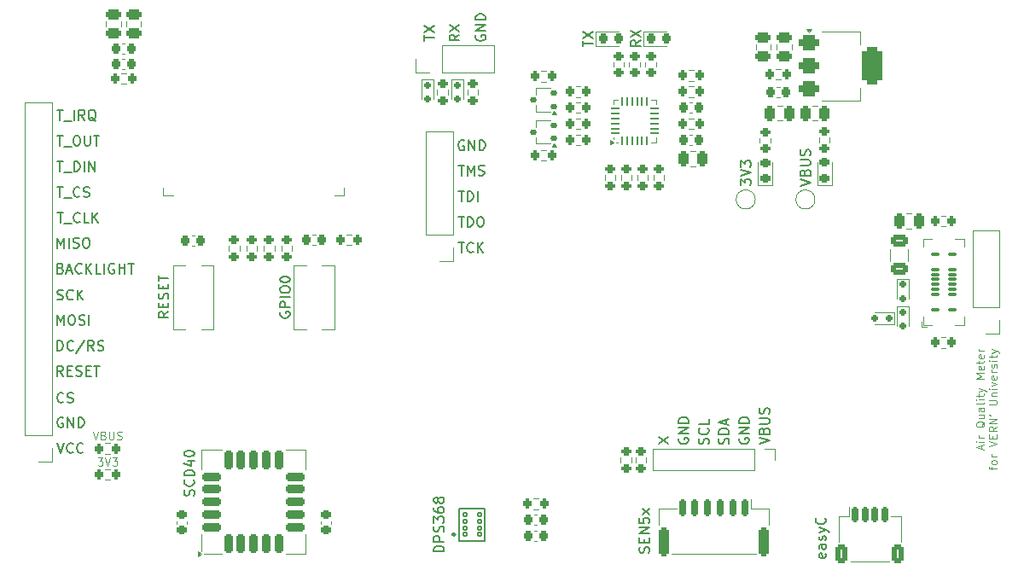
<source format=gto>
G04 #@! TF.GenerationSoftware,KiCad,Pcbnew,8.0.4*
G04 #@! TF.CreationDate,2024-11-11T15:06:12+01:00*
G04 #@! TF.ProjectId,100008_hw-vern-aqm,31303030-3038-45f6-9877-2d7665726e2d,1.1*
G04 #@! TF.SameCoordinates,Original*
G04 #@! TF.FileFunction,Legend,Top*
G04 #@! TF.FilePolarity,Positive*
%FSLAX46Y46*%
G04 Gerber Fmt 4.6, Leading zero omitted, Abs format (unit mm)*
G04 Created by KiCad (PCBNEW 8.0.4) date 2024-11-11 15:06:12*
%MOMM*%
%LPD*%
G01*
G04 APERTURE LIST*
G04 Aperture macros list*
%AMRoundRect*
0 Rectangle with rounded corners*
0 $1 Rounding radius*
0 $2 $3 $4 $5 $6 $7 $8 $9 X,Y pos of 4 corners*
0 Add a 4 corners polygon primitive as box body*
4,1,4,$2,$3,$4,$5,$6,$7,$8,$9,$2,$3,0*
0 Add four circle primitives for the rounded corners*
1,1,$1+$1,$2,$3*
1,1,$1+$1,$4,$5*
1,1,$1+$1,$6,$7*
1,1,$1+$1,$8,$9*
0 Add four rect primitives between the rounded corners*
20,1,$1+$1,$2,$3,$4,$5,0*
20,1,$1+$1,$4,$5,$6,$7,0*
20,1,$1+$1,$6,$7,$8,$9,0*
20,1,$1+$1,$8,$9,$2,$3,0*%
G04 Aperture macros list end*
%ADD10C,0.150000*%
%ADD11C,0.125000*%
%ADD12C,0.120000*%
%ADD13C,0.200000*%
%ADD14C,0.250000*%
%ADD15RoundRect,0.150000X0.200000X-0.150000X0.200000X0.150000X-0.200000X0.150000X-0.200000X-0.150000X0*%
%ADD16RoundRect,0.200000X-0.200000X-0.275000X0.200000X-0.275000X0.200000X0.275000X-0.200000X0.275000X0*%
%ADD17RoundRect,0.200000X0.275000X-0.200000X0.275000X0.200000X-0.275000X0.200000X-0.275000X-0.200000X0*%
%ADD18RoundRect,0.250000X0.475000X-0.250000X0.475000X0.250000X-0.475000X0.250000X-0.475000X-0.250000X0*%
%ADD19R,1.700000X1.700000*%
%ADD20O,1.700000X1.700000*%
%ADD21RoundRect,0.218750X-0.218750X-0.256250X0.218750X-0.256250X0.218750X0.256250X-0.218750X0.256250X0*%
%ADD22RoundRect,0.250000X-0.250000X-0.475000X0.250000X-0.475000X0.250000X0.475000X-0.250000X0.475000X0*%
%ADD23RoundRect,0.225000X-0.225000X-0.250000X0.225000X-0.250000X0.225000X0.250000X-0.225000X0.250000X0*%
%ADD24RoundRect,0.150000X-0.150000X-0.625000X0.150000X-0.625000X0.150000X0.625000X-0.150000X0.625000X0*%
%ADD25RoundRect,0.250000X-0.350000X-0.650000X0.350000X-0.650000X0.350000X0.650000X-0.350000X0.650000X0*%
%ADD26RoundRect,0.225000X0.225000X0.250000X-0.225000X0.250000X-0.225000X-0.250000X0.225000X-0.250000X0*%
%ADD27RoundRect,0.150000X-0.150000X-0.200000X0.150000X-0.200000X0.150000X0.200000X-0.150000X0.200000X0*%
%ADD28C,0.700000*%
%ADD29O,0.700000X1.000000*%
%ADD30RoundRect,0.075000X0.350000X-0.075000X0.350000X0.075000X-0.350000X0.075000X-0.350000X-0.075000X0*%
%ADD31C,1.100000*%
%ADD32RoundRect,0.200000X-0.275000X0.200000X-0.275000X-0.200000X0.275000X-0.200000X0.275000X0.200000X0*%
%ADD33RoundRect,0.200000X0.200000X0.275000X-0.200000X0.275000X-0.200000X-0.275000X0.200000X-0.275000X0*%
%ADD34C,1.500000*%
%ADD35RoundRect,0.250000X0.625000X-0.375000X0.625000X0.375000X-0.625000X0.375000X-0.625000X-0.375000X0*%
%ADD36R,1.350000X1.350000*%
%ADD37O,1.350000X1.350000*%
%ADD38R,1.000000X1.250000*%
%ADD39RoundRect,0.225000X-0.250000X0.225000X-0.250000X-0.225000X0.250000X-0.225000X0.250000X0.225000X0*%
%ADD40RoundRect,0.112500X0.237500X-0.112500X0.237500X0.112500X-0.237500X0.112500X-0.237500X-0.112500X0*%
%ADD41RoundRect,0.150000X0.150000X0.700000X-0.150000X0.700000X-0.150000X-0.700000X0.150000X-0.700000X0*%
%ADD42RoundRect,0.250000X0.250000X1.150000X-0.250000X1.150000X-0.250000X-1.150000X0.250000X-1.150000X0*%
%ADD43RoundRect,0.101600X0.175000X-0.175000X0.175000X0.175000X-0.175000X0.175000X-0.175000X-0.175000X0*%
%ADD44R,1.500000X0.900000*%
%ADD45R,0.900000X1.500000*%
%ADD46R,0.900000X0.900000*%
%ADD47RoundRect,0.218750X0.256250X-0.218750X0.256250X0.218750X-0.256250X0.218750X-0.256250X-0.218750X0*%
%ADD48RoundRect,0.212500X0.212500X-0.737500X0.212500X0.737500X-0.212500X0.737500X-0.212500X-0.737500X0*%
%ADD49RoundRect,0.212500X0.737500X-0.212500X0.737500X0.212500X-0.737500X0.212500X-0.737500X-0.212500X0*%
%ADD50R,4.800000X4.800000*%
%ADD51RoundRect,0.250000X0.250000X0.475000X-0.250000X0.475000X-0.250000X-0.475000X0.250000X-0.475000X0*%
%ADD52RoundRect,0.062500X0.062500X-0.350000X0.062500X0.350000X-0.062500X0.350000X-0.062500X-0.350000X0*%
%ADD53RoundRect,0.062500X0.350000X-0.062500X0.350000X0.062500X-0.350000X0.062500X-0.350000X-0.062500X0*%
%ADD54R,2.600000X2.600000*%
%ADD55RoundRect,0.375000X-0.625000X-0.375000X0.625000X-0.375000X0.625000X0.375000X-0.625000X0.375000X0*%
%ADD56RoundRect,0.500000X-0.500000X-1.400000X0.500000X-1.400000X0.500000X1.400000X-0.500000X1.400000X0*%
G04 APERTURE END LIST*
D10*
X103878572Y-332444819D02*
X103878572Y-331444819D01*
X103878572Y-331444819D02*
X104211905Y-332159104D01*
X104211905Y-332159104D02*
X104545238Y-331444819D01*
X104545238Y-331444819D02*
X104545238Y-332444819D01*
X105211905Y-331444819D02*
X105402381Y-331444819D01*
X105402381Y-331444819D02*
X105497619Y-331492438D01*
X105497619Y-331492438D02*
X105592857Y-331587676D01*
X105592857Y-331587676D02*
X105640476Y-331778152D01*
X105640476Y-331778152D02*
X105640476Y-332111485D01*
X105640476Y-332111485D02*
X105592857Y-332301961D01*
X105592857Y-332301961D02*
X105497619Y-332397200D01*
X105497619Y-332397200D02*
X105402381Y-332444819D01*
X105402381Y-332444819D02*
X105211905Y-332444819D01*
X105211905Y-332444819D02*
X105116667Y-332397200D01*
X105116667Y-332397200D02*
X105021429Y-332301961D01*
X105021429Y-332301961D02*
X104973810Y-332111485D01*
X104973810Y-332111485D02*
X104973810Y-331778152D01*
X104973810Y-331778152D02*
X105021429Y-331587676D01*
X105021429Y-331587676D02*
X105116667Y-331492438D01*
X105116667Y-331492438D02*
X105211905Y-331444819D01*
X106021429Y-332397200D02*
X106164286Y-332444819D01*
X106164286Y-332444819D02*
X106402381Y-332444819D01*
X106402381Y-332444819D02*
X106497619Y-332397200D01*
X106497619Y-332397200D02*
X106545238Y-332349580D01*
X106545238Y-332349580D02*
X106592857Y-332254342D01*
X106592857Y-332254342D02*
X106592857Y-332159104D01*
X106592857Y-332159104D02*
X106545238Y-332063866D01*
X106545238Y-332063866D02*
X106497619Y-332016247D01*
X106497619Y-332016247D02*
X106402381Y-331968628D01*
X106402381Y-331968628D02*
X106211905Y-331921009D01*
X106211905Y-331921009D02*
X106116667Y-331873390D01*
X106116667Y-331873390D02*
X106069048Y-331825771D01*
X106069048Y-331825771D02*
X106021429Y-331730533D01*
X106021429Y-331730533D02*
X106021429Y-331635295D01*
X106021429Y-331635295D02*
X106069048Y-331540057D01*
X106069048Y-331540057D02*
X106116667Y-331492438D01*
X106116667Y-331492438D02*
X106211905Y-331444819D01*
X106211905Y-331444819D02*
X106450000Y-331444819D01*
X106450000Y-331444819D02*
X106592857Y-331492438D01*
X107021429Y-332444819D02*
X107021429Y-331444819D01*
X126017438Y-331166190D02*
X125969819Y-331261428D01*
X125969819Y-331261428D02*
X125969819Y-331404285D01*
X125969819Y-331404285D02*
X126017438Y-331547142D01*
X126017438Y-331547142D02*
X126112676Y-331642380D01*
X126112676Y-331642380D02*
X126207914Y-331689999D01*
X126207914Y-331689999D02*
X126398390Y-331737618D01*
X126398390Y-331737618D02*
X126541247Y-331737618D01*
X126541247Y-331737618D02*
X126731723Y-331689999D01*
X126731723Y-331689999D02*
X126826961Y-331642380D01*
X126826961Y-331642380D02*
X126922200Y-331547142D01*
X126922200Y-331547142D02*
X126969819Y-331404285D01*
X126969819Y-331404285D02*
X126969819Y-331309047D01*
X126969819Y-331309047D02*
X126922200Y-331166190D01*
X126922200Y-331166190D02*
X126874580Y-331118571D01*
X126874580Y-331118571D02*
X126541247Y-331118571D01*
X126541247Y-331118571D02*
X126541247Y-331309047D01*
X126969819Y-330689999D02*
X125969819Y-330689999D01*
X125969819Y-330689999D02*
X125969819Y-330309047D01*
X125969819Y-330309047D02*
X126017438Y-330213809D01*
X126017438Y-330213809D02*
X126065057Y-330166190D01*
X126065057Y-330166190D02*
X126160295Y-330118571D01*
X126160295Y-330118571D02*
X126303152Y-330118571D01*
X126303152Y-330118571D02*
X126398390Y-330166190D01*
X126398390Y-330166190D02*
X126446009Y-330213809D01*
X126446009Y-330213809D02*
X126493628Y-330309047D01*
X126493628Y-330309047D02*
X126493628Y-330689999D01*
X126969819Y-329689999D02*
X125969819Y-329689999D01*
X125969819Y-329023333D02*
X125969819Y-328832857D01*
X125969819Y-328832857D02*
X126017438Y-328737619D01*
X126017438Y-328737619D02*
X126112676Y-328642381D01*
X126112676Y-328642381D02*
X126303152Y-328594762D01*
X126303152Y-328594762D02*
X126636485Y-328594762D01*
X126636485Y-328594762D02*
X126826961Y-328642381D01*
X126826961Y-328642381D02*
X126922200Y-328737619D01*
X126922200Y-328737619D02*
X126969819Y-328832857D01*
X126969819Y-328832857D02*
X126969819Y-329023333D01*
X126969819Y-329023333D02*
X126922200Y-329118571D01*
X126922200Y-329118571D02*
X126826961Y-329213809D01*
X126826961Y-329213809D02*
X126636485Y-329261428D01*
X126636485Y-329261428D02*
X126303152Y-329261428D01*
X126303152Y-329261428D02*
X126112676Y-329213809D01*
X126112676Y-329213809D02*
X126017438Y-329118571D01*
X126017438Y-329118571D02*
X125969819Y-329023333D01*
X125969819Y-327975714D02*
X125969819Y-327880476D01*
X125969819Y-327880476D02*
X126017438Y-327785238D01*
X126017438Y-327785238D02*
X126065057Y-327737619D01*
X126065057Y-327737619D02*
X126160295Y-327690000D01*
X126160295Y-327690000D02*
X126350771Y-327642381D01*
X126350771Y-327642381D02*
X126588866Y-327642381D01*
X126588866Y-327642381D02*
X126779342Y-327690000D01*
X126779342Y-327690000D02*
X126874580Y-327737619D01*
X126874580Y-327737619D02*
X126922200Y-327785238D01*
X126922200Y-327785238D02*
X126969819Y-327880476D01*
X126969819Y-327880476D02*
X126969819Y-327975714D01*
X126969819Y-327975714D02*
X126922200Y-328070952D01*
X126922200Y-328070952D02*
X126874580Y-328118571D01*
X126874580Y-328118571D02*
X126779342Y-328166190D01*
X126779342Y-328166190D02*
X126588866Y-328213809D01*
X126588866Y-328213809D02*
X126350771Y-328213809D01*
X126350771Y-328213809D02*
X126160295Y-328166190D01*
X126160295Y-328166190D02*
X126065057Y-328118571D01*
X126065057Y-328118571D02*
X126017438Y-328070952D01*
X126017438Y-328070952D02*
X125969819Y-327975714D01*
X145417438Y-303679411D02*
X145369819Y-303774649D01*
X145369819Y-303774649D02*
X145369819Y-303917506D01*
X145369819Y-303917506D02*
X145417438Y-304060363D01*
X145417438Y-304060363D02*
X145512676Y-304155601D01*
X145512676Y-304155601D02*
X145607914Y-304203220D01*
X145607914Y-304203220D02*
X145798390Y-304250839D01*
X145798390Y-304250839D02*
X145941247Y-304250839D01*
X145941247Y-304250839D02*
X146131723Y-304203220D01*
X146131723Y-304203220D02*
X146226961Y-304155601D01*
X146226961Y-304155601D02*
X146322200Y-304060363D01*
X146322200Y-304060363D02*
X146369819Y-303917506D01*
X146369819Y-303917506D02*
X146369819Y-303822268D01*
X146369819Y-303822268D02*
X146322200Y-303679411D01*
X146322200Y-303679411D02*
X146274580Y-303631792D01*
X146274580Y-303631792D02*
X145941247Y-303631792D01*
X145941247Y-303631792D02*
X145941247Y-303822268D01*
X146369819Y-303203220D02*
X145369819Y-303203220D01*
X145369819Y-303203220D02*
X146369819Y-302631792D01*
X146369819Y-302631792D02*
X145369819Y-302631792D01*
X146369819Y-302155601D02*
X145369819Y-302155601D01*
X145369819Y-302155601D02*
X145369819Y-301917506D01*
X145369819Y-301917506D02*
X145417438Y-301774649D01*
X145417438Y-301774649D02*
X145512676Y-301679411D01*
X145512676Y-301679411D02*
X145607914Y-301631792D01*
X145607914Y-301631792D02*
X145798390Y-301584173D01*
X145798390Y-301584173D02*
X145941247Y-301584173D01*
X145941247Y-301584173D02*
X146131723Y-301631792D01*
X146131723Y-301631792D02*
X146226961Y-301679411D01*
X146226961Y-301679411D02*
X146322200Y-301774649D01*
X146322200Y-301774649D02*
X146369819Y-301917506D01*
X146369819Y-301917506D02*
X146369819Y-302155601D01*
D11*
X107408333Y-343003595D02*
X107675000Y-343803595D01*
X107675000Y-343803595D02*
X107941666Y-343003595D01*
X108474999Y-343384547D02*
X108589285Y-343422642D01*
X108589285Y-343422642D02*
X108627380Y-343460738D01*
X108627380Y-343460738D02*
X108665476Y-343536928D01*
X108665476Y-343536928D02*
X108665476Y-343651214D01*
X108665476Y-343651214D02*
X108627380Y-343727404D01*
X108627380Y-343727404D02*
X108589285Y-343765500D01*
X108589285Y-343765500D02*
X108513095Y-343803595D01*
X108513095Y-343803595D02*
X108208333Y-343803595D01*
X108208333Y-343803595D02*
X108208333Y-343003595D01*
X108208333Y-343003595D02*
X108474999Y-343003595D01*
X108474999Y-343003595D02*
X108551190Y-343041690D01*
X108551190Y-343041690D02*
X108589285Y-343079785D01*
X108589285Y-343079785D02*
X108627380Y-343155976D01*
X108627380Y-343155976D02*
X108627380Y-343232166D01*
X108627380Y-343232166D02*
X108589285Y-343308357D01*
X108589285Y-343308357D02*
X108551190Y-343346452D01*
X108551190Y-343346452D02*
X108474999Y-343384547D01*
X108474999Y-343384547D02*
X108208333Y-343384547D01*
X109008333Y-343003595D02*
X109008333Y-343651214D01*
X109008333Y-343651214D02*
X109046428Y-343727404D01*
X109046428Y-343727404D02*
X109084523Y-343765500D01*
X109084523Y-343765500D02*
X109160714Y-343803595D01*
X109160714Y-343803595D02*
X109313095Y-343803595D01*
X109313095Y-343803595D02*
X109389285Y-343765500D01*
X109389285Y-343765500D02*
X109427380Y-343727404D01*
X109427380Y-343727404D02*
X109465476Y-343651214D01*
X109465476Y-343651214D02*
X109465476Y-343003595D01*
X109808332Y-343765500D02*
X109922618Y-343803595D01*
X109922618Y-343803595D02*
X110113094Y-343803595D01*
X110113094Y-343803595D02*
X110189285Y-343765500D01*
X110189285Y-343765500D02*
X110227380Y-343727404D01*
X110227380Y-343727404D02*
X110265475Y-343651214D01*
X110265475Y-343651214D02*
X110265475Y-343575023D01*
X110265475Y-343575023D02*
X110227380Y-343498833D01*
X110227380Y-343498833D02*
X110189285Y-343460738D01*
X110189285Y-343460738D02*
X110113094Y-343422642D01*
X110113094Y-343422642D02*
X109960713Y-343384547D01*
X109960713Y-343384547D02*
X109884523Y-343346452D01*
X109884523Y-343346452D02*
X109846428Y-343308357D01*
X109846428Y-343308357D02*
X109808332Y-343232166D01*
X109808332Y-343232166D02*
X109808332Y-343155976D01*
X109808332Y-343155976D02*
X109846428Y-343079785D01*
X109846428Y-343079785D02*
X109884523Y-343041690D01*
X109884523Y-343041690D02*
X109960713Y-343003595D01*
X109960713Y-343003595D02*
X110151190Y-343003595D01*
X110151190Y-343003595D02*
X110265475Y-343041690D01*
X195579068Y-344741284D02*
X195579068Y-344360331D01*
X195807640Y-344817474D02*
X195007640Y-344550807D01*
X195007640Y-344550807D02*
X195807640Y-344284141D01*
X195807640Y-344017474D02*
X195274306Y-344017474D01*
X195007640Y-344017474D02*
X195045735Y-344055570D01*
X195045735Y-344055570D02*
X195083830Y-344017474D01*
X195083830Y-344017474D02*
X195045735Y-343979379D01*
X195045735Y-343979379D02*
X195007640Y-344017474D01*
X195007640Y-344017474D02*
X195083830Y-344017474D01*
X195807640Y-343636522D02*
X195274306Y-343636522D01*
X195426687Y-343636522D02*
X195350497Y-343598427D01*
X195350497Y-343598427D02*
X195312402Y-343560332D01*
X195312402Y-343560332D02*
X195274306Y-343484141D01*
X195274306Y-343484141D02*
X195274306Y-343407951D01*
X195883830Y-341998427D02*
X195845735Y-342074617D01*
X195845735Y-342074617D02*
X195769545Y-342150808D01*
X195769545Y-342150808D02*
X195655259Y-342265094D01*
X195655259Y-342265094D02*
X195617164Y-342341284D01*
X195617164Y-342341284D02*
X195617164Y-342417475D01*
X195807640Y-342379379D02*
X195769545Y-342455570D01*
X195769545Y-342455570D02*
X195693354Y-342531760D01*
X195693354Y-342531760D02*
X195540973Y-342569856D01*
X195540973Y-342569856D02*
X195274306Y-342569856D01*
X195274306Y-342569856D02*
X195121925Y-342531760D01*
X195121925Y-342531760D02*
X195045735Y-342455570D01*
X195045735Y-342455570D02*
X195007640Y-342379379D01*
X195007640Y-342379379D02*
X195007640Y-342226998D01*
X195007640Y-342226998D02*
X195045735Y-342150808D01*
X195045735Y-342150808D02*
X195121925Y-342074617D01*
X195121925Y-342074617D02*
X195274306Y-342036522D01*
X195274306Y-342036522D02*
X195540973Y-342036522D01*
X195540973Y-342036522D02*
X195693354Y-342074617D01*
X195693354Y-342074617D02*
X195769545Y-342150808D01*
X195769545Y-342150808D02*
X195807640Y-342226998D01*
X195807640Y-342226998D02*
X195807640Y-342379379D01*
X195274306Y-341350808D02*
X195807640Y-341350808D01*
X195274306Y-341693665D02*
X195693354Y-341693665D01*
X195693354Y-341693665D02*
X195769545Y-341655570D01*
X195769545Y-341655570D02*
X195807640Y-341579380D01*
X195807640Y-341579380D02*
X195807640Y-341465094D01*
X195807640Y-341465094D02*
X195769545Y-341388903D01*
X195769545Y-341388903D02*
X195731449Y-341350808D01*
X195807640Y-340626998D02*
X195388592Y-340626998D01*
X195388592Y-340626998D02*
X195312402Y-340665093D01*
X195312402Y-340665093D02*
X195274306Y-340741284D01*
X195274306Y-340741284D02*
X195274306Y-340893665D01*
X195274306Y-340893665D02*
X195312402Y-340969855D01*
X195769545Y-340626998D02*
X195807640Y-340703189D01*
X195807640Y-340703189D02*
X195807640Y-340893665D01*
X195807640Y-340893665D02*
X195769545Y-340969855D01*
X195769545Y-340969855D02*
X195693354Y-341007951D01*
X195693354Y-341007951D02*
X195617164Y-341007951D01*
X195617164Y-341007951D02*
X195540973Y-340969855D01*
X195540973Y-340969855D02*
X195502878Y-340893665D01*
X195502878Y-340893665D02*
X195502878Y-340703189D01*
X195502878Y-340703189D02*
X195464783Y-340626998D01*
X195807640Y-340131760D02*
X195769545Y-340207950D01*
X195769545Y-340207950D02*
X195693354Y-340246045D01*
X195693354Y-340246045D02*
X195007640Y-340246045D01*
X195807640Y-339826997D02*
X195274306Y-339826997D01*
X195007640Y-339826997D02*
X195045735Y-339865093D01*
X195045735Y-339865093D02*
X195083830Y-339826997D01*
X195083830Y-339826997D02*
X195045735Y-339788902D01*
X195045735Y-339788902D02*
X195007640Y-339826997D01*
X195007640Y-339826997D02*
X195083830Y-339826997D01*
X195274306Y-339560331D02*
X195274306Y-339255569D01*
X195007640Y-339446045D02*
X195693354Y-339446045D01*
X195693354Y-339446045D02*
X195769545Y-339407950D01*
X195769545Y-339407950D02*
X195807640Y-339331760D01*
X195807640Y-339331760D02*
X195807640Y-339255569D01*
X195274306Y-339065093D02*
X195807640Y-338874617D01*
X195274306Y-338684140D02*
X195807640Y-338874617D01*
X195807640Y-338874617D02*
X195998116Y-338950807D01*
X195998116Y-338950807D02*
X196036211Y-338988902D01*
X196036211Y-338988902D02*
X196074306Y-339065093D01*
X195807640Y-337769854D02*
X195007640Y-337769854D01*
X195007640Y-337769854D02*
X195579068Y-337503188D01*
X195579068Y-337503188D02*
X195007640Y-337236521D01*
X195007640Y-337236521D02*
X195807640Y-337236521D01*
X195769545Y-336550806D02*
X195807640Y-336626997D01*
X195807640Y-336626997D02*
X195807640Y-336779378D01*
X195807640Y-336779378D02*
X195769545Y-336855568D01*
X195769545Y-336855568D02*
X195693354Y-336893664D01*
X195693354Y-336893664D02*
X195388592Y-336893664D01*
X195388592Y-336893664D02*
X195312402Y-336855568D01*
X195312402Y-336855568D02*
X195274306Y-336779378D01*
X195274306Y-336779378D02*
X195274306Y-336626997D01*
X195274306Y-336626997D02*
X195312402Y-336550806D01*
X195312402Y-336550806D02*
X195388592Y-336512711D01*
X195388592Y-336512711D02*
X195464783Y-336512711D01*
X195464783Y-336512711D02*
X195540973Y-336893664D01*
X195274306Y-336284140D02*
X195274306Y-335979378D01*
X195007640Y-336169854D02*
X195693354Y-336169854D01*
X195693354Y-336169854D02*
X195769545Y-336131759D01*
X195769545Y-336131759D02*
X195807640Y-336055569D01*
X195807640Y-336055569D02*
X195807640Y-335979378D01*
X195769545Y-335407949D02*
X195807640Y-335484140D01*
X195807640Y-335484140D02*
X195807640Y-335636521D01*
X195807640Y-335636521D02*
X195769545Y-335712711D01*
X195769545Y-335712711D02*
X195693354Y-335750807D01*
X195693354Y-335750807D02*
X195388592Y-335750807D01*
X195388592Y-335750807D02*
X195312402Y-335712711D01*
X195312402Y-335712711D02*
X195274306Y-335636521D01*
X195274306Y-335636521D02*
X195274306Y-335484140D01*
X195274306Y-335484140D02*
X195312402Y-335407949D01*
X195312402Y-335407949D02*
X195388592Y-335369854D01*
X195388592Y-335369854D02*
X195464783Y-335369854D01*
X195464783Y-335369854D02*
X195540973Y-335750807D01*
X195807640Y-335026997D02*
X195274306Y-335026997D01*
X195426687Y-335026997D02*
X195350497Y-334988902D01*
X195350497Y-334988902D02*
X195312402Y-334950807D01*
X195312402Y-334950807D02*
X195274306Y-334874616D01*
X195274306Y-334874616D02*
X195274306Y-334798426D01*
X196562261Y-346798426D02*
X196562261Y-346493664D01*
X197095595Y-346684140D02*
X196409880Y-346684140D01*
X196409880Y-346684140D02*
X196333690Y-346646045D01*
X196333690Y-346646045D02*
X196295595Y-346569855D01*
X196295595Y-346569855D02*
X196295595Y-346493664D01*
X197095595Y-346112712D02*
X197057500Y-346188902D01*
X197057500Y-346188902D02*
X197019404Y-346226997D01*
X197019404Y-346226997D02*
X196943214Y-346265093D01*
X196943214Y-346265093D02*
X196714642Y-346265093D01*
X196714642Y-346265093D02*
X196638452Y-346226997D01*
X196638452Y-346226997D02*
X196600357Y-346188902D01*
X196600357Y-346188902D02*
X196562261Y-346112712D01*
X196562261Y-346112712D02*
X196562261Y-345998426D01*
X196562261Y-345998426D02*
X196600357Y-345922235D01*
X196600357Y-345922235D02*
X196638452Y-345884140D01*
X196638452Y-345884140D02*
X196714642Y-345846045D01*
X196714642Y-345846045D02*
X196943214Y-345846045D01*
X196943214Y-345846045D02*
X197019404Y-345884140D01*
X197019404Y-345884140D02*
X197057500Y-345922235D01*
X197057500Y-345922235D02*
X197095595Y-345998426D01*
X197095595Y-345998426D02*
X197095595Y-346112712D01*
X197095595Y-345503187D02*
X196562261Y-345503187D01*
X196714642Y-345503187D02*
X196638452Y-345465092D01*
X196638452Y-345465092D02*
X196600357Y-345426997D01*
X196600357Y-345426997D02*
X196562261Y-345350806D01*
X196562261Y-345350806D02*
X196562261Y-345274616D01*
X196295595Y-344512711D02*
X197095595Y-344246044D01*
X197095595Y-344246044D02*
X196295595Y-343979378D01*
X196676547Y-343712711D02*
X196676547Y-343446045D01*
X197095595Y-343331759D02*
X197095595Y-343712711D01*
X197095595Y-343712711D02*
X196295595Y-343712711D01*
X196295595Y-343712711D02*
X196295595Y-343331759D01*
X197095595Y-342531758D02*
X196714642Y-342798425D01*
X197095595Y-342988901D02*
X196295595Y-342988901D01*
X196295595Y-342988901D02*
X196295595Y-342684139D01*
X196295595Y-342684139D02*
X196333690Y-342607949D01*
X196333690Y-342607949D02*
X196371785Y-342569854D01*
X196371785Y-342569854D02*
X196447976Y-342531758D01*
X196447976Y-342531758D02*
X196562261Y-342531758D01*
X196562261Y-342531758D02*
X196638452Y-342569854D01*
X196638452Y-342569854D02*
X196676547Y-342607949D01*
X196676547Y-342607949D02*
X196714642Y-342684139D01*
X196714642Y-342684139D02*
X196714642Y-342988901D01*
X197095595Y-342188901D02*
X196295595Y-342188901D01*
X196295595Y-342188901D02*
X197095595Y-341731758D01*
X197095595Y-341731758D02*
X196295595Y-341731758D01*
X196295595Y-341312711D02*
X196447976Y-341388902D01*
X196295595Y-340360330D02*
X196943214Y-340360330D01*
X196943214Y-340360330D02*
X197019404Y-340322235D01*
X197019404Y-340322235D02*
X197057500Y-340284140D01*
X197057500Y-340284140D02*
X197095595Y-340207949D01*
X197095595Y-340207949D02*
X197095595Y-340055568D01*
X197095595Y-340055568D02*
X197057500Y-339979378D01*
X197057500Y-339979378D02*
X197019404Y-339941283D01*
X197019404Y-339941283D02*
X196943214Y-339903187D01*
X196943214Y-339903187D02*
X196295595Y-339903187D01*
X196562261Y-339522235D02*
X197095595Y-339522235D01*
X196638452Y-339522235D02*
X196600357Y-339484140D01*
X196600357Y-339484140D02*
X196562261Y-339407950D01*
X196562261Y-339407950D02*
X196562261Y-339293664D01*
X196562261Y-339293664D02*
X196600357Y-339217473D01*
X196600357Y-339217473D02*
X196676547Y-339179378D01*
X196676547Y-339179378D02*
X197095595Y-339179378D01*
X197095595Y-338798425D02*
X196562261Y-338798425D01*
X196295595Y-338798425D02*
X196333690Y-338836521D01*
X196333690Y-338836521D02*
X196371785Y-338798425D01*
X196371785Y-338798425D02*
X196333690Y-338760330D01*
X196333690Y-338760330D02*
X196295595Y-338798425D01*
X196295595Y-338798425D02*
X196371785Y-338798425D01*
X196562261Y-338493664D02*
X197095595Y-338303188D01*
X197095595Y-338303188D02*
X196562261Y-338112711D01*
X197057500Y-337503187D02*
X197095595Y-337579378D01*
X197095595Y-337579378D02*
X197095595Y-337731759D01*
X197095595Y-337731759D02*
X197057500Y-337807949D01*
X197057500Y-337807949D02*
X196981309Y-337846045D01*
X196981309Y-337846045D02*
X196676547Y-337846045D01*
X196676547Y-337846045D02*
X196600357Y-337807949D01*
X196600357Y-337807949D02*
X196562261Y-337731759D01*
X196562261Y-337731759D02*
X196562261Y-337579378D01*
X196562261Y-337579378D02*
X196600357Y-337503187D01*
X196600357Y-337503187D02*
X196676547Y-337465092D01*
X196676547Y-337465092D02*
X196752738Y-337465092D01*
X196752738Y-337465092D02*
X196828928Y-337846045D01*
X197095595Y-337122235D02*
X196562261Y-337122235D01*
X196714642Y-337122235D02*
X196638452Y-337084140D01*
X196638452Y-337084140D02*
X196600357Y-337046045D01*
X196600357Y-337046045D02*
X196562261Y-336969854D01*
X196562261Y-336969854D02*
X196562261Y-336893664D01*
X197057500Y-336665093D02*
X197095595Y-336588902D01*
X197095595Y-336588902D02*
X197095595Y-336436521D01*
X197095595Y-336436521D02*
X197057500Y-336360331D01*
X197057500Y-336360331D02*
X196981309Y-336322235D01*
X196981309Y-336322235D02*
X196943214Y-336322235D01*
X196943214Y-336322235D02*
X196867023Y-336360331D01*
X196867023Y-336360331D02*
X196828928Y-336436521D01*
X196828928Y-336436521D02*
X196828928Y-336550807D01*
X196828928Y-336550807D02*
X196790833Y-336626997D01*
X196790833Y-336626997D02*
X196714642Y-336665093D01*
X196714642Y-336665093D02*
X196676547Y-336665093D01*
X196676547Y-336665093D02*
X196600357Y-336626997D01*
X196600357Y-336626997D02*
X196562261Y-336550807D01*
X196562261Y-336550807D02*
X196562261Y-336436521D01*
X196562261Y-336436521D02*
X196600357Y-336360331D01*
X197095595Y-335979378D02*
X196562261Y-335979378D01*
X196295595Y-335979378D02*
X196333690Y-336017474D01*
X196333690Y-336017474D02*
X196371785Y-335979378D01*
X196371785Y-335979378D02*
X196333690Y-335941283D01*
X196333690Y-335941283D02*
X196295595Y-335979378D01*
X196295595Y-335979378D02*
X196371785Y-335979378D01*
X196562261Y-335712712D02*
X196562261Y-335407950D01*
X196295595Y-335598426D02*
X196981309Y-335598426D01*
X196981309Y-335598426D02*
X197057500Y-335560331D01*
X197057500Y-335560331D02*
X197095595Y-335484141D01*
X197095595Y-335484141D02*
X197095595Y-335407950D01*
X196562261Y-335217474D02*
X197095595Y-335026998D01*
X196562261Y-334836521D02*
X197095595Y-335026998D01*
X197095595Y-335026998D02*
X197286071Y-335103188D01*
X197286071Y-335103188D02*
X197324166Y-335141283D01*
X197324166Y-335141283D02*
X197362261Y-335217474D01*
D10*
X143668922Y-324254819D02*
X144240350Y-324254819D01*
X143954636Y-325254819D02*
X143954636Y-324254819D01*
X145145112Y-325159580D02*
X145097493Y-325207200D01*
X145097493Y-325207200D02*
X144954636Y-325254819D01*
X144954636Y-325254819D02*
X144859398Y-325254819D01*
X144859398Y-325254819D02*
X144716541Y-325207200D01*
X144716541Y-325207200D02*
X144621303Y-325111961D01*
X144621303Y-325111961D02*
X144573684Y-325016723D01*
X144573684Y-325016723D02*
X144526065Y-324826247D01*
X144526065Y-324826247D02*
X144526065Y-324683390D01*
X144526065Y-324683390D02*
X144573684Y-324492914D01*
X144573684Y-324492914D02*
X144621303Y-324397676D01*
X144621303Y-324397676D02*
X144716541Y-324302438D01*
X144716541Y-324302438D02*
X144859398Y-324254819D01*
X144859398Y-324254819D02*
X144954636Y-324254819D01*
X144954636Y-324254819D02*
X145097493Y-324302438D01*
X145097493Y-324302438D02*
X145145112Y-324350057D01*
X145573684Y-325254819D02*
X145573684Y-324254819D01*
X146145112Y-325254819D02*
X145716541Y-324683390D01*
X146145112Y-324254819D02*
X145573684Y-324826247D01*
X161744819Y-304206666D02*
X161268628Y-304539999D01*
X161744819Y-304778094D02*
X160744819Y-304778094D01*
X160744819Y-304778094D02*
X160744819Y-304397142D01*
X160744819Y-304397142D02*
X160792438Y-304301904D01*
X160792438Y-304301904D02*
X160840057Y-304254285D01*
X160840057Y-304254285D02*
X160935295Y-304206666D01*
X160935295Y-304206666D02*
X161078152Y-304206666D01*
X161078152Y-304206666D02*
X161173390Y-304254285D01*
X161173390Y-304254285D02*
X161221009Y-304301904D01*
X161221009Y-304301904D02*
X161268628Y-304397142D01*
X161268628Y-304397142D02*
X161268628Y-304778094D01*
X160744819Y-303873332D02*
X161744819Y-303206666D01*
X160744819Y-303206666D02*
X161744819Y-303873332D01*
X104195238Y-326821009D02*
X104338095Y-326868628D01*
X104338095Y-326868628D02*
X104385714Y-326916247D01*
X104385714Y-326916247D02*
X104433333Y-327011485D01*
X104433333Y-327011485D02*
X104433333Y-327154342D01*
X104433333Y-327154342D02*
X104385714Y-327249580D01*
X104385714Y-327249580D02*
X104338095Y-327297200D01*
X104338095Y-327297200D02*
X104242857Y-327344819D01*
X104242857Y-327344819D02*
X103861905Y-327344819D01*
X103861905Y-327344819D02*
X103861905Y-326344819D01*
X103861905Y-326344819D02*
X104195238Y-326344819D01*
X104195238Y-326344819D02*
X104290476Y-326392438D01*
X104290476Y-326392438D02*
X104338095Y-326440057D01*
X104338095Y-326440057D02*
X104385714Y-326535295D01*
X104385714Y-326535295D02*
X104385714Y-326630533D01*
X104385714Y-326630533D02*
X104338095Y-326725771D01*
X104338095Y-326725771D02*
X104290476Y-326773390D01*
X104290476Y-326773390D02*
X104195238Y-326821009D01*
X104195238Y-326821009D02*
X103861905Y-326821009D01*
X104814286Y-327059104D02*
X105290476Y-327059104D01*
X104719048Y-327344819D02*
X105052381Y-326344819D01*
X105052381Y-326344819D02*
X105385714Y-327344819D01*
X106290476Y-327249580D02*
X106242857Y-327297200D01*
X106242857Y-327297200D02*
X106100000Y-327344819D01*
X106100000Y-327344819D02*
X106004762Y-327344819D01*
X106004762Y-327344819D02*
X105861905Y-327297200D01*
X105861905Y-327297200D02*
X105766667Y-327201961D01*
X105766667Y-327201961D02*
X105719048Y-327106723D01*
X105719048Y-327106723D02*
X105671429Y-326916247D01*
X105671429Y-326916247D02*
X105671429Y-326773390D01*
X105671429Y-326773390D02*
X105719048Y-326582914D01*
X105719048Y-326582914D02*
X105766667Y-326487676D01*
X105766667Y-326487676D02*
X105861905Y-326392438D01*
X105861905Y-326392438D02*
X106004762Y-326344819D01*
X106004762Y-326344819D02*
X106100000Y-326344819D01*
X106100000Y-326344819D02*
X106242857Y-326392438D01*
X106242857Y-326392438D02*
X106290476Y-326440057D01*
X106719048Y-327344819D02*
X106719048Y-326344819D01*
X107290476Y-327344819D02*
X106861905Y-326773390D01*
X107290476Y-326344819D02*
X106719048Y-326916247D01*
X108195238Y-327344819D02*
X107719048Y-327344819D01*
X107719048Y-327344819D02*
X107719048Y-326344819D01*
X108528572Y-327344819D02*
X108528572Y-326344819D01*
X109528571Y-326392438D02*
X109433333Y-326344819D01*
X109433333Y-326344819D02*
X109290476Y-326344819D01*
X109290476Y-326344819D02*
X109147619Y-326392438D01*
X109147619Y-326392438D02*
X109052381Y-326487676D01*
X109052381Y-326487676D02*
X109004762Y-326582914D01*
X109004762Y-326582914D02*
X108957143Y-326773390D01*
X108957143Y-326773390D02*
X108957143Y-326916247D01*
X108957143Y-326916247D02*
X109004762Y-327106723D01*
X109004762Y-327106723D02*
X109052381Y-327201961D01*
X109052381Y-327201961D02*
X109147619Y-327297200D01*
X109147619Y-327297200D02*
X109290476Y-327344819D01*
X109290476Y-327344819D02*
X109385714Y-327344819D01*
X109385714Y-327344819D02*
X109528571Y-327297200D01*
X109528571Y-327297200D02*
X109576190Y-327249580D01*
X109576190Y-327249580D02*
X109576190Y-326916247D01*
X109576190Y-326916247D02*
X109385714Y-326916247D01*
X110004762Y-327344819D02*
X110004762Y-326344819D01*
X110004762Y-326821009D02*
X110576190Y-326821009D01*
X110576190Y-327344819D02*
X110576190Y-326344819D01*
X110909524Y-326344819D02*
X111480952Y-326344819D01*
X111195238Y-327344819D02*
X111195238Y-326344819D01*
X142236343Y-354923190D02*
X141236343Y-354923190D01*
X141236343Y-354923190D02*
X141236343Y-354685095D01*
X141236343Y-354685095D02*
X141283962Y-354542238D01*
X141283962Y-354542238D02*
X141379200Y-354447000D01*
X141379200Y-354447000D02*
X141474438Y-354399381D01*
X141474438Y-354399381D02*
X141664914Y-354351762D01*
X141664914Y-354351762D02*
X141807771Y-354351762D01*
X141807771Y-354351762D02*
X141998247Y-354399381D01*
X141998247Y-354399381D02*
X142093485Y-354447000D01*
X142093485Y-354447000D02*
X142188724Y-354542238D01*
X142188724Y-354542238D02*
X142236343Y-354685095D01*
X142236343Y-354685095D02*
X142236343Y-354923190D01*
X142236343Y-353923190D02*
X141236343Y-353923190D01*
X141236343Y-353923190D02*
X141236343Y-353542238D01*
X141236343Y-353542238D02*
X141283962Y-353447000D01*
X141283962Y-353447000D02*
X141331581Y-353399381D01*
X141331581Y-353399381D02*
X141426819Y-353351762D01*
X141426819Y-353351762D02*
X141569676Y-353351762D01*
X141569676Y-353351762D02*
X141664914Y-353399381D01*
X141664914Y-353399381D02*
X141712533Y-353447000D01*
X141712533Y-353447000D02*
X141760152Y-353542238D01*
X141760152Y-353542238D02*
X141760152Y-353923190D01*
X142188724Y-352970809D02*
X142236343Y-352827952D01*
X142236343Y-352827952D02*
X142236343Y-352589857D01*
X142236343Y-352589857D02*
X142188724Y-352494619D01*
X142188724Y-352494619D02*
X142141104Y-352447000D01*
X142141104Y-352447000D02*
X142045866Y-352399381D01*
X142045866Y-352399381D02*
X141950628Y-352399381D01*
X141950628Y-352399381D02*
X141855390Y-352447000D01*
X141855390Y-352447000D02*
X141807771Y-352494619D01*
X141807771Y-352494619D02*
X141760152Y-352589857D01*
X141760152Y-352589857D02*
X141712533Y-352780333D01*
X141712533Y-352780333D02*
X141664914Y-352875571D01*
X141664914Y-352875571D02*
X141617295Y-352923190D01*
X141617295Y-352923190D02*
X141522057Y-352970809D01*
X141522057Y-352970809D02*
X141426819Y-352970809D01*
X141426819Y-352970809D02*
X141331581Y-352923190D01*
X141331581Y-352923190D02*
X141283962Y-352875571D01*
X141283962Y-352875571D02*
X141236343Y-352780333D01*
X141236343Y-352780333D02*
X141236343Y-352542238D01*
X141236343Y-352542238D02*
X141283962Y-352399381D01*
X141236343Y-352066047D02*
X141236343Y-351447000D01*
X141236343Y-351447000D02*
X141617295Y-351780333D01*
X141617295Y-351780333D02*
X141617295Y-351637476D01*
X141617295Y-351637476D02*
X141664914Y-351542238D01*
X141664914Y-351542238D02*
X141712533Y-351494619D01*
X141712533Y-351494619D02*
X141807771Y-351447000D01*
X141807771Y-351447000D02*
X142045866Y-351447000D01*
X142045866Y-351447000D02*
X142141104Y-351494619D01*
X142141104Y-351494619D02*
X142188724Y-351542238D01*
X142188724Y-351542238D02*
X142236343Y-351637476D01*
X142236343Y-351637476D02*
X142236343Y-351923190D01*
X142236343Y-351923190D02*
X142188724Y-352018428D01*
X142188724Y-352018428D02*
X142141104Y-352066047D01*
X141236343Y-350589857D02*
X141236343Y-350780333D01*
X141236343Y-350780333D02*
X141283962Y-350875571D01*
X141283962Y-350875571D02*
X141331581Y-350923190D01*
X141331581Y-350923190D02*
X141474438Y-351018428D01*
X141474438Y-351018428D02*
X141664914Y-351066047D01*
X141664914Y-351066047D02*
X142045866Y-351066047D01*
X142045866Y-351066047D02*
X142141104Y-351018428D01*
X142141104Y-351018428D02*
X142188724Y-350970809D01*
X142188724Y-350970809D02*
X142236343Y-350875571D01*
X142236343Y-350875571D02*
X142236343Y-350685095D01*
X142236343Y-350685095D02*
X142188724Y-350589857D01*
X142188724Y-350589857D02*
X142141104Y-350542238D01*
X142141104Y-350542238D02*
X142045866Y-350494619D01*
X142045866Y-350494619D02*
X141807771Y-350494619D01*
X141807771Y-350494619D02*
X141712533Y-350542238D01*
X141712533Y-350542238D02*
X141664914Y-350589857D01*
X141664914Y-350589857D02*
X141617295Y-350685095D01*
X141617295Y-350685095D02*
X141617295Y-350875571D01*
X141617295Y-350875571D02*
X141664914Y-350970809D01*
X141664914Y-350970809D02*
X141712533Y-351018428D01*
X141712533Y-351018428D02*
X141807771Y-351066047D01*
X141664914Y-349923190D02*
X141617295Y-350018428D01*
X141617295Y-350018428D02*
X141569676Y-350066047D01*
X141569676Y-350066047D02*
X141474438Y-350113666D01*
X141474438Y-350113666D02*
X141426819Y-350113666D01*
X141426819Y-350113666D02*
X141331581Y-350066047D01*
X141331581Y-350066047D02*
X141283962Y-350018428D01*
X141283962Y-350018428D02*
X141236343Y-349923190D01*
X141236343Y-349923190D02*
X141236343Y-349732714D01*
X141236343Y-349732714D02*
X141283962Y-349637476D01*
X141283962Y-349637476D02*
X141331581Y-349589857D01*
X141331581Y-349589857D02*
X141426819Y-349542238D01*
X141426819Y-349542238D02*
X141474438Y-349542238D01*
X141474438Y-349542238D02*
X141569676Y-349589857D01*
X141569676Y-349589857D02*
X141617295Y-349637476D01*
X141617295Y-349637476D02*
X141664914Y-349732714D01*
X141664914Y-349732714D02*
X141664914Y-349923190D01*
X141664914Y-349923190D02*
X141712533Y-350018428D01*
X141712533Y-350018428D02*
X141760152Y-350066047D01*
X141760152Y-350066047D02*
X141855390Y-350113666D01*
X141855390Y-350113666D02*
X142045866Y-350113666D01*
X142045866Y-350113666D02*
X142141104Y-350066047D01*
X142141104Y-350066047D02*
X142188724Y-350018428D01*
X142188724Y-350018428D02*
X142236343Y-349923190D01*
X142236343Y-349923190D02*
X142236343Y-349732714D01*
X142236343Y-349732714D02*
X142188724Y-349637476D01*
X142188724Y-349637476D02*
X142141104Y-349589857D01*
X142141104Y-349589857D02*
X142045866Y-349542238D01*
X142045866Y-349542238D02*
X141855390Y-349542238D01*
X141855390Y-349542238D02*
X141760152Y-349589857D01*
X141760152Y-349589857D02*
X141712533Y-349637476D01*
X141712533Y-349637476D02*
X141664914Y-349732714D01*
X103866667Y-344144819D02*
X104200000Y-345144819D01*
X104200000Y-345144819D02*
X104533333Y-344144819D01*
X105438095Y-345049580D02*
X105390476Y-345097200D01*
X105390476Y-345097200D02*
X105247619Y-345144819D01*
X105247619Y-345144819D02*
X105152381Y-345144819D01*
X105152381Y-345144819D02*
X105009524Y-345097200D01*
X105009524Y-345097200D02*
X104914286Y-345001961D01*
X104914286Y-345001961D02*
X104866667Y-344906723D01*
X104866667Y-344906723D02*
X104819048Y-344716247D01*
X104819048Y-344716247D02*
X104819048Y-344573390D01*
X104819048Y-344573390D02*
X104866667Y-344382914D01*
X104866667Y-344382914D02*
X104914286Y-344287676D01*
X104914286Y-344287676D02*
X105009524Y-344192438D01*
X105009524Y-344192438D02*
X105152381Y-344144819D01*
X105152381Y-344144819D02*
X105247619Y-344144819D01*
X105247619Y-344144819D02*
X105390476Y-344192438D01*
X105390476Y-344192438D02*
X105438095Y-344240057D01*
X106438095Y-345049580D02*
X106390476Y-345097200D01*
X106390476Y-345097200D02*
X106247619Y-345144819D01*
X106247619Y-345144819D02*
X106152381Y-345144819D01*
X106152381Y-345144819D02*
X106009524Y-345097200D01*
X106009524Y-345097200D02*
X105914286Y-345001961D01*
X105914286Y-345001961D02*
X105866667Y-344906723D01*
X105866667Y-344906723D02*
X105819048Y-344716247D01*
X105819048Y-344716247D02*
X105819048Y-344573390D01*
X105819048Y-344573390D02*
X105866667Y-344382914D01*
X105866667Y-344382914D02*
X105914286Y-344287676D01*
X105914286Y-344287676D02*
X106009524Y-344192438D01*
X106009524Y-344192438D02*
X106152381Y-344144819D01*
X106152381Y-344144819D02*
X106247619Y-344144819D01*
X106247619Y-344144819D02*
X106390476Y-344192438D01*
X106390476Y-344192438D02*
X106438095Y-344240057D01*
X103878571Y-321294819D02*
X104449999Y-321294819D01*
X104164285Y-322294819D02*
X104164285Y-321294819D01*
X104545238Y-322390057D02*
X105307142Y-322390057D01*
X106116666Y-322199580D02*
X106069047Y-322247200D01*
X106069047Y-322247200D02*
X105926190Y-322294819D01*
X105926190Y-322294819D02*
X105830952Y-322294819D01*
X105830952Y-322294819D02*
X105688095Y-322247200D01*
X105688095Y-322247200D02*
X105592857Y-322151961D01*
X105592857Y-322151961D02*
X105545238Y-322056723D01*
X105545238Y-322056723D02*
X105497619Y-321866247D01*
X105497619Y-321866247D02*
X105497619Y-321723390D01*
X105497619Y-321723390D02*
X105545238Y-321532914D01*
X105545238Y-321532914D02*
X105592857Y-321437676D01*
X105592857Y-321437676D02*
X105688095Y-321342438D01*
X105688095Y-321342438D02*
X105830952Y-321294819D01*
X105830952Y-321294819D02*
X105926190Y-321294819D01*
X105926190Y-321294819D02*
X106069047Y-321342438D01*
X106069047Y-321342438D02*
X106116666Y-321390057D01*
X107021428Y-322294819D02*
X106545238Y-322294819D01*
X106545238Y-322294819D02*
X106545238Y-321294819D01*
X107354762Y-322294819D02*
X107354762Y-321294819D01*
X107926190Y-322294819D02*
X107497619Y-321723390D01*
X107926190Y-321294819D02*
X107354762Y-321866247D01*
X103854762Y-313644819D02*
X104426190Y-313644819D01*
X104140476Y-314644819D02*
X104140476Y-313644819D01*
X104521429Y-314740057D02*
X105283333Y-314740057D01*
X105711905Y-313644819D02*
X105902381Y-313644819D01*
X105902381Y-313644819D02*
X105997619Y-313692438D01*
X105997619Y-313692438D02*
X106092857Y-313787676D01*
X106092857Y-313787676D02*
X106140476Y-313978152D01*
X106140476Y-313978152D02*
X106140476Y-314311485D01*
X106140476Y-314311485D02*
X106092857Y-314501961D01*
X106092857Y-314501961D02*
X105997619Y-314597200D01*
X105997619Y-314597200D02*
X105902381Y-314644819D01*
X105902381Y-314644819D02*
X105711905Y-314644819D01*
X105711905Y-314644819D02*
X105616667Y-314597200D01*
X105616667Y-314597200D02*
X105521429Y-314501961D01*
X105521429Y-314501961D02*
X105473810Y-314311485D01*
X105473810Y-314311485D02*
X105473810Y-313978152D01*
X105473810Y-313978152D02*
X105521429Y-313787676D01*
X105521429Y-313787676D02*
X105616667Y-313692438D01*
X105616667Y-313692438D02*
X105711905Y-313644819D01*
X106569048Y-313644819D02*
X106569048Y-314454342D01*
X106569048Y-314454342D02*
X106616667Y-314549580D01*
X106616667Y-314549580D02*
X106664286Y-314597200D01*
X106664286Y-314597200D02*
X106759524Y-314644819D01*
X106759524Y-314644819D02*
X106950000Y-314644819D01*
X106950000Y-314644819D02*
X107045238Y-314597200D01*
X107045238Y-314597200D02*
X107092857Y-314549580D01*
X107092857Y-314549580D02*
X107140476Y-314454342D01*
X107140476Y-314454342D02*
X107140476Y-313644819D01*
X107473810Y-313644819D02*
X108045238Y-313644819D01*
X107759524Y-314644819D02*
X107759524Y-313644819D01*
D11*
X107884523Y-345603595D02*
X108379761Y-345603595D01*
X108379761Y-345603595D02*
X108113095Y-345908357D01*
X108113095Y-345908357D02*
X108227380Y-345908357D01*
X108227380Y-345908357D02*
X108303571Y-345946452D01*
X108303571Y-345946452D02*
X108341666Y-345984547D01*
X108341666Y-345984547D02*
X108379761Y-346060738D01*
X108379761Y-346060738D02*
X108379761Y-346251214D01*
X108379761Y-346251214D02*
X108341666Y-346327404D01*
X108341666Y-346327404D02*
X108303571Y-346365500D01*
X108303571Y-346365500D02*
X108227380Y-346403595D01*
X108227380Y-346403595D02*
X107998809Y-346403595D01*
X107998809Y-346403595D02*
X107922618Y-346365500D01*
X107922618Y-346365500D02*
X107884523Y-346327404D01*
X108608333Y-345603595D02*
X108875000Y-346403595D01*
X108875000Y-346403595D02*
X109141666Y-345603595D01*
X109332142Y-345603595D02*
X109827380Y-345603595D01*
X109827380Y-345603595D02*
X109560714Y-345908357D01*
X109560714Y-345908357D02*
X109674999Y-345908357D01*
X109674999Y-345908357D02*
X109751190Y-345946452D01*
X109751190Y-345946452D02*
X109789285Y-345984547D01*
X109789285Y-345984547D02*
X109827380Y-346060738D01*
X109827380Y-346060738D02*
X109827380Y-346251214D01*
X109827380Y-346251214D02*
X109789285Y-346327404D01*
X109789285Y-346327404D02*
X109751190Y-346365500D01*
X109751190Y-346365500D02*
X109674999Y-346403595D01*
X109674999Y-346403595D02*
X109446428Y-346403595D01*
X109446428Y-346403595D02*
X109370237Y-346365500D01*
X109370237Y-346365500D02*
X109332142Y-346327404D01*
D10*
X171694819Y-318578094D02*
X171694819Y-317959047D01*
X171694819Y-317959047D02*
X172075771Y-318292380D01*
X172075771Y-318292380D02*
X172075771Y-318149523D01*
X172075771Y-318149523D02*
X172123390Y-318054285D01*
X172123390Y-318054285D02*
X172171009Y-318006666D01*
X172171009Y-318006666D02*
X172266247Y-317959047D01*
X172266247Y-317959047D02*
X172504342Y-317959047D01*
X172504342Y-317959047D02*
X172599580Y-318006666D01*
X172599580Y-318006666D02*
X172647200Y-318054285D01*
X172647200Y-318054285D02*
X172694819Y-318149523D01*
X172694819Y-318149523D02*
X172694819Y-318435237D01*
X172694819Y-318435237D02*
X172647200Y-318530475D01*
X172647200Y-318530475D02*
X172599580Y-318578094D01*
X171694819Y-317673332D02*
X172694819Y-317339999D01*
X172694819Y-317339999D02*
X171694819Y-317006666D01*
X171694819Y-316768570D02*
X171694819Y-316149523D01*
X171694819Y-316149523D02*
X172075771Y-316482856D01*
X172075771Y-316482856D02*
X172075771Y-316339999D01*
X172075771Y-316339999D02*
X172123390Y-316244761D01*
X172123390Y-316244761D02*
X172171009Y-316197142D01*
X172171009Y-316197142D02*
X172266247Y-316149523D01*
X172266247Y-316149523D02*
X172504342Y-316149523D01*
X172504342Y-316149523D02*
X172599580Y-316197142D01*
X172599580Y-316197142D02*
X172647200Y-316244761D01*
X172647200Y-316244761D02*
X172694819Y-316339999D01*
X172694819Y-316339999D02*
X172694819Y-316625713D01*
X172694819Y-316625713D02*
X172647200Y-316720951D01*
X172647200Y-316720951D02*
X172599580Y-316768570D01*
X103878572Y-324794819D02*
X103878572Y-323794819D01*
X103878572Y-323794819D02*
X104211905Y-324509104D01*
X104211905Y-324509104D02*
X104545238Y-323794819D01*
X104545238Y-323794819D02*
X104545238Y-324794819D01*
X105021429Y-324794819D02*
X105021429Y-323794819D01*
X105450000Y-324747200D02*
X105592857Y-324794819D01*
X105592857Y-324794819D02*
X105830952Y-324794819D01*
X105830952Y-324794819D02*
X105926190Y-324747200D01*
X105926190Y-324747200D02*
X105973809Y-324699580D01*
X105973809Y-324699580D02*
X106021428Y-324604342D01*
X106021428Y-324604342D02*
X106021428Y-324509104D01*
X106021428Y-324509104D02*
X105973809Y-324413866D01*
X105973809Y-324413866D02*
X105926190Y-324366247D01*
X105926190Y-324366247D02*
X105830952Y-324318628D01*
X105830952Y-324318628D02*
X105640476Y-324271009D01*
X105640476Y-324271009D02*
X105545238Y-324223390D01*
X105545238Y-324223390D02*
X105497619Y-324175771D01*
X105497619Y-324175771D02*
X105450000Y-324080533D01*
X105450000Y-324080533D02*
X105450000Y-323985295D01*
X105450000Y-323985295D02*
X105497619Y-323890057D01*
X105497619Y-323890057D02*
X105545238Y-323842438D01*
X105545238Y-323842438D02*
X105640476Y-323794819D01*
X105640476Y-323794819D02*
X105878571Y-323794819D01*
X105878571Y-323794819D02*
X106021428Y-323842438D01*
X106640476Y-323794819D02*
X106830952Y-323794819D01*
X106830952Y-323794819D02*
X106926190Y-323842438D01*
X106926190Y-323842438D02*
X107021428Y-323937676D01*
X107021428Y-323937676D02*
X107069047Y-324128152D01*
X107069047Y-324128152D02*
X107069047Y-324461485D01*
X107069047Y-324461485D02*
X107021428Y-324651961D01*
X107021428Y-324651961D02*
X106926190Y-324747200D01*
X106926190Y-324747200D02*
X106830952Y-324794819D01*
X106830952Y-324794819D02*
X106640476Y-324794819D01*
X106640476Y-324794819D02*
X106545238Y-324747200D01*
X106545238Y-324747200D02*
X106450000Y-324651961D01*
X106450000Y-324651961D02*
X106402381Y-324461485D01*
X106402381Y-324461485D02*
X106402381Y-324128152D01*
X106402381Y-324128152D02*
X106450000Y-323937676D01*
X106450000Y-323937676D02*
X106545238Y-323842438D01*
X106545238Y-323842438D02*
X106640476Y-323794819D01*
X171557438Y-343689411D02*
X171509819Y-343784649D01*
X171509819Y-343784649D02*
X171509819Y-343927506D01*
X171509819Y-343927506D02*
X171557438Y-344070363D01*
X171557438Y-344070363D02*
X171652676Y-344165601D01*
X171652676Y-344165601D02*
X171747914Y-344213220D01*
X171747914Y-344213220D02*
X171938390Y-344260839D01*
X171938390Y-344260839D02*
X172081247Y-344260839D01*
X172081247Y-344260839D02*
X172271723Y-344213220D01*
X172271723Y-344213220D02*
X172366961Y-344165601D01*
X172366961Y-344165601D02*
X172462200Y-344070363D01*
X172462200Y-344070363D02*
X172509819Y-343927506D01*
X172509819Y-343927506D02*
X172509819Y-343832268D01*
X172509819Y-343832268D02*
X172462200Y-343689411D01*
X172462200Y-343689411D02*
X172414580Y-343641792D01*
X172414580Y-343641792D02*
X172081247Y-343641792D01*
X172081247Y-343641792D02*
X172081247Y-343832268D01*
X172509819Y-343213220D02*
X171509819Y-343213220D01*
X171509819Y-343213220D02*
X172509819Y-342641792D01*
X172509819Y-342641792D02*
X171509819Y-342641792D01*
X172509819Y-342165601D02*
X171509819Y-342165601D01*
X171509819Y-342165601D02*
X171509819Y-341927506D01*
X171509819Y-341927506D02*
X171557438Y-341784649D01*
X171557438Y-341784649D02*
X171652676Y-341689411D01*
X171652676Y-341689411D02*
X171747914Y-341641792D01*
X171747914Y-341641792D02*
X171938390Y-341594173D01*
X171938390Y-341594173D02*
X172081247Y-341594173D01*
X172081247Y-341594173D02*
X172271723Y-341641792D01*
X172271723Y-341641792D02*
X172366961Y-341689411D01*
X172366961Y-341689411D02*
X172462200Y-341784649D01*
X172462200Y-341784649D02*
X172509819Y-341927506D01*
X172509819Y-341927506D02*
X172509819Y-342165601D01*
X103864286Y-329897200D02*
X104007143Y-329944819D01*
X104007143Y-329944819D02*
X104245238Y-329944819D01*
X104245238Y-329944819D02*
X104340476Y-329897200D01*
X104340476Y-329897200D02*
X104388095Y-329849580D01*
X104388095Y-329849580D02*
X104435714Y-329754342D01*
X104435714Y-329754342D02*
X104435714Y-329659104D01*
X104435714Y-329659104D02*
X104388095Y-329563866D01*
X104388095Y-329563866D02*
X104340476Y-329516247D01*
X104340476Y-329516247D02*
X104245238Y-329468628D01*
X104245238Y-329468628D02*
X104054762Y-329421009D01*
X104054762Y-329421009D02*
X103959524Y-329373390D01*
X103959524Y-329373390D02*
X103911905Y-329325771D01*
X103911905Y-329325771D02*
X103864286Y-329230533D01*
X103864286Y-329230533D02*
X103864286Y-329135295D01*
X103864286Y-329135295D02*
X103911905Y-329040057D01*
X103911905Y-329040057D02*
X103959524Y-328992438D01*
X103959524Y-328992438D02*
X104054762Y-328944819D01*
X104054762Y-328944819D02*
X104292857Y-328944819D01*
X104292857Y-328944819D02*
X104435714Y-328992438D01*
X105435714Y-329849580D02*
X105388095Y-329897200D01*
X105388095Y-329897200D02*
X105245238Y-329944819D01*
X105245238Y-329944819D02*
X105150000Y-329944819D01*
X105150000Y-329944819D02*
X105007143Y-329897200D01*
X105007143Y-329897200D02*
X104911905Y-329801961D01*
X104911905Y-329801961D02*
X104864286Y-329706723D01*
X104864286Y-329706723D02*
X104816667Y-329516247D01*
X104816667Y-329516247D02*
X104816667Y-329373390D01*
X104816667Y-329373390D02*
X104864286Y-329182914D01*
X104864286Y-329182914D02*
X104911905Y-329087676D01*
X104911905Y-329087676D02*
X105007143Y-328992438D01*
X105007143Y-328992438D02*
X105150000Y-328944819D01*
X105150000Y-328944819D02*
X105245238Y-328944819D01*
X105245238Y-328944819D02*
X105388095Y-328992438D01*
X105388095Y-328992438D02*
X105435714Y-329040057D01*
X105864286Y-329944819D02*
X105864286Y-328944819D01*
X106435714Y-329944819D02*
X106007143Y-329373390D01*
X106435714Y-328944819D02*
X105864286Y-329516247D01*
X103857143Y-318744819D02*
X104428571Y-318744819D01*
X104142857Y-319744819D02*
X104142857Y-318744819D01*
X104523810Y-319840057D02*
X105285714Y-319840057D01*
X106095238Y-319649580D02*
X106047619Y-319697200D01*
X106047619Y-319697200D02*
X105904762Y-319744819D01*
X105904762Y-319744819D02*
X105809524Y-319744819D01*
X105809524Y-319744819D02*
X105666667Y-319697200D01*
X105666667Y-319697200D02*
X105571429Y-319601961D01*
X105571429Y-319601961D02*
X105523810Y-319506723D01*
X105523810Y-319506723D02*
X105476191Y-319316247D01*
X105476191Y-319316247D02*
X105476191Y-319173390D01*
X105476191Y-319173390D02*
X105523810Y-318982914D01*
X105523810Y-318982914D02*
X105571429Y-318887676D01*
X105571429Y-318887676D02*
X105666667Y-318792438D01*
X105666667Y-318792438D02*
X105809524Y-318744819D01*
X105809524Y-318744819D02*
X105904762Y-318744819D01*
X105904762Y-318744819D02*
X106047619Y-318792438D01*
X106047619Y-318792438D02*
X106095238Y-318840057D01*
X106476191Y-319697200D02*
X106619048Y-319744819D01*
X106619048Y-319744819D02*
X106857143Y-319744819D01*
X106857143Y-319744819D02*
X106952381Y-319697200D01*
X106952381Y-319697200D02*
X107000000Y-319649580D01*
X107000000Y-319649580D02*
X107047619Y-319554342D01*
X107047619Y-319554342D02*
X107047619Y-319459104D01*
X107047619Y-319459104D02*
X107000000Y-319363866D01*
X107000000Y-319363866D02*
X106952381Y-319316247D01*
X106952381Y-319316247D02*
X106857143Y-319268628D01*
X106857143Y-319268628D02*
X106666667Y-319221009D01*
X106666667Y-319221009D02*
X106571429Y-319173390D01*
X106571429Y-319173390D02*
X106523810Y-319125771D01*
X106523810Y-319125771D02*
X106476191Y-319030533D01*
X106476191Y-319030533D02*
X106476191Y-318935295D01*
X106476191Y-318935295D02*
X106523810Y-318840057D01*
X106523810Y-318840057D02*
X106571429Y-318792438D01*
X106571429Y-318792438D02*
X106666667Y-318744819D01*
X106666667Y-318744819D02*
X106904762Y-318744819D01*
X106904762Y-318744819D02*
X107047619Y-318792438D01*
X103871429Y-311094819D02*
X104442857Y-311094819D01*
X104157143Y-312094819D02*
X104157143Y-311094819D01*
X104538096Y-312190057D02*
X105300000Y-312190057D01*
X105538096Y-312094819D02*
X105538096Y-311094819D01*
X106585714Y-312094819D02*
X106252381Y-311618628D01*
X106014286Y-312094819D02*
X106014286Y-311094819D01*
X106014286Y-311094819D02*
X106395238Y-311094819D01*
X106395238Y-311094819D02*
X106490476Y-311142438D01*
X106490476Y-311142438D02*
X106538095Y-311190057D01*
X106538095Y-311190057D02*
X106585714Y-311285295D01*
X106585714Y-311285295D02*
X106585714Y-311428152D01*
X106585714Y-311428152D02*
X106538095Y-311523390D01*
X106538095Y-311523390D02*
X106490476Y-311571009D01*
X106490476Y-311571009D02*
X106395238Y-311618628D01*
X106395238Y-311618628D02*
X106014286Y-311618628D01*
X107680952Y-312190057D02*
X107585714Y-312142438D01*
X107585714Y-312142438D02*
X107490476Y-312047200D01*
X107490476Y-312047200D02*
X107347619Y-311904342D01*
X107347619Y-311904342D02*
X107252381Y-311856723D01*
X107252381Y-311856723D02*
X107157143Y-311856723D01*
X107204762Y-312094819D02*
X107109524Y-312047200D01*
X107109524Y-312047200D02*
X107014286Y-311951961D01*
X107014286Y-311951961D02*
X106966667Y-311761485D01*
X106966667Y-311761485D02*
X106966667Y-311428152D01*
X106966667Y-311428152D02*
X107014286Y-311237676D01*
X107014286Y-311237676D02*
X107109524Y-311142438D01*
X107109524Y-311142438D02*
X107204762Y-311094819D01*
X107204762Y-311094819D02*
X107395238Y-311094819D01*
X107395238Y-311094819D02*
X107490476Y-311142438D01*
X107490476Y-311142438D02*
X107585714Y-311237676D01*
X107585714Y-311237676D02*
X107633333Y-311428152D01*
X107633333Y-311428152D02*
X107633333Y-311761485D01*
X107633333Y-311761485D02*
X107585714Y-311951961D01*
X107585714Y-311951961D02*
X107490476Y-312047200D01*
X107490476Y-312047200D02*
X107395238Y-312094819D01*
X107395238Y-312094819D02*
X107204762Y-312094819D01*
X140269819Y-304246077D02*
X140269819Y-303674649D01*
X141269819Y-303960363D02*
X140269819Y-303960363D01*
X140269819Y-303436553D02*
X141269819Y-302769887D01*
X140269819Y-302769887D02*
X141269819Y-303436553D01*
X104438095Y-341642438D02*
X104342857Y-341594819D01*
X104342857Y-341594819D02*
X104200000Y-341594819D01*
X104200000Y-341594819D02*
X104057143Y-341642438D01*
X104057143Y-341642438D02*
X103961905Y-341737676D01*
X103961905Y-341737676D02*
X103914286Y-341832914D01*
X103914286Y-341832914D02*
X103866667Y-342023390D01*
X103866667Y-342023390D02*
X103866667Y-342166247D01*
X103866667Y-342166247D02*
X103914286Y-342356723D01*
X103914286Y-342356723D02*
X103961905Y-342451961D01*
X103961905Y-342451961D02*
X104057143Y-342547200D01*
X104057143Y-342547200D02*
X104200000Y-342594819D01*
X104200000Y-342594819D02*
X104295238Y-342594819D01*
X104295238Y-342594819D02*
X104438095Y-342547200D01*
X104438095Y-342547200D02*
X104485714Y-342499580D01*
X104485714Y-342499580D02*
X104485714Y-342166247D01*
X104485714Y-342166247D02*
X104295238Y-342166247D01*
X104914286Y-342594819D02*
X104914286Y-341594819D01*
X104914286Y-341594819D02*
X105485714Y-342594819D01*
X105485714Y-342594819D02*
X105485714Y-341594819D01*
X105961905Y-342594819D02*
X105961905Y-341594819D01*
X105961905Y-341594819D02*
X106200000Y-341594819D01*
X106200000Y-341594819D02*
X106342857Y-341642438D01*
X106342857Y-341642438D02*
X106438095Y-341737676D01*
X106438095Y-341737676D02*
X106485714Y-341832914D01*
X106485714Y-341832914D02*
X106533333Y-342023390D01*
X106533333Y-342023390D02*
X106533333Y-342166247D01*
X106533333Y-342166247D02*
X106485714Y-342356723D01*
X106485714Y-342356723D02*
X106438095Y-342451961D01*
X106438095Y-342451961D02*
X106342857Y-342547200D01*
X106342857Y-342547200D02*
X106200000Y-342594819D01*
X106200000Y-342594819D02*
X105961905Y-342594819D01*
X143668922Y-321704819D02*
X144240350Y-321704819D01*
X143954636Y-322704819D02*
X143954636Y-321704819D01*
X144573684Y-322704819D02*
X144573684Y-321704819D01*
X144573684Y-321704819D02*
X144811779Y-321704819D01*
X144811779Y-321704819D02*
X144954636Y-321752438D01*
X144954636Y-321752438D02*
X145049874Y-321847676D01*
X145049874Y-321847676D02*
X145097493Y-321942914D01*
X145097493Y-321942914D02*
X145145112Y-322133390D01*
X145145112Y-322133390D02*
X145145112Y-322276247D01*
X145145112Y-322276247D02*
X145097493Y-322466723D01*
X145097493Y-322466723D02*
X145049874Y-322561961D01*
X145049874Y-322561961D02*
X144954636Y-322657200D01*
X144954636Y-322657200D02*
X144811779Y-322704819D01*
X144811779Y-322704819D02*
X144573684Y-322704819D01*
X145764160Y-321704819D02*
X145954636Y-321704819D01*
X145954636Y-321704819D02*
X146049874Y-321752438D01*
X146049874Y-321752438D02*
X146145112Y-321847676D01*
X146145112Y-321847676D02*
X146192731Y-322038152D01*
X146192731Y-322038152D02*
X146192731Y-322371485D01*
X146192731Y-322371485D02*
X146145112Y-322561961D01*
X146145112Y-322561961D02*
X146049874Y-322657200D01*
X146049874Y-322657200D02*
X145954636Y-322704819D01*
X145954636Y-322704819D02*
X145764160Y-322704819D01*
X145764160Y-322704819D02*
X145668922Y-322657200D01*
X145668922Y-322657200D02*
X145573684Y-322561961D01*
X145573684Y-322561961D02*
X145526065Y-322371485D01*
X145526065Y-322371485D02*
X145526065Y-322038152D01*
X145526065Y-322038152D02*
X145573684Y-321847676D01*
X145573684Y-321847676D02*
X145668922Y-321752438D01*
X145668922Y-321752438D02*
X145764160Y-321704819D01*
X104447618Y-337494819D02*
X104114285Y-337018628D01*
X103876190Y-337494819D02*
X103876190Y-336494819D01*
X103876190Y-336494819D02*
X104257142Y-336494819D01*
X104257142Y-336494819D02*
X104352380Y-336542438D01*
X104352380Y-336542438D02*
X104399999Y-336590057D01*
X104399999Y-336590057D02*
X104447618Y-336685295D01*
X104447618Y-336685295D02*
X104447618Y-336828152D01*
X104447618Y-336828152D02*
X104399999Y-336923390D01*
X104399999Y-336923390D02*
X104352380Y-336971009D01*
X104352380Y-336971009D02*
X104257142Y-337018628D01*
X104257142Y-337018628D02*
X103876190Y-337018628D01*
X104876190Y-336971009D02*
X105209523Y-336971009D01*
X105352380Y-337494819D02*
X104876190Y-337494819D01*
X104876190Y-337494819D02*
X104876190Y-336494819D01*
X104876190Y-336494819D02*
X105352380Y-336494819D01*
X105733333Y-337447200D02*
X105876190Y-337494819D01*
X105876190Y-337494819D02*
X106114285Y-337494819D01*
X106114285Y-337494819D02*
X106209523Y-337447200D01*
X106209523Y-337447200D02*
X106257142Y-337399580D01*
X106257142Y-337399580D02*
X106304761Y-337304342D01*
X106304761Y-337304342D02*
X106304761Y-337209104D01*
X106304761Y-337209104D02*
X106257142Y-337113866D01*
X106257142Y-337113866D02*
X106209523Y-337066247D01*
X106209523Y-337066247D02*
X106114285Y-337018628D01*
X106114285Y-337018628D02*
X105923809Y-336971009D01*
X105923809Y-336971009D02*
X105828571Y-336923390D01*
X105828571Y-336923390D02*
X105780952Y-336875771D01*
X105780952Y-336875771D02*
X105733333Y-336780533D01*
X105733333Y-336780533D02*
X105733333Y-336685295D01*
X105733333Y-336685295D02*
X105780952Y-336590057D01*
X105780952Y-336590057D02*
X105828571Y-336542438D01*
X105828571Y-336542438D02*
X105923809Y-336494819D01*
X105923809Y-336494819D02*
X106161904Y-336494819D01*
X106161904Y-336494819D02*
X106304761Y-336542438D01*
X106733333Y-336971009D02*
X107066666Y-336971009D01*
X107209523Y-337494819D02*
X106733333Y-337494819D01*
X106733333Y-337494819D02*
X106733333Y-336494819D01*
X106733333Y-336494819D02*
X107209523Y-336494819D01*
X107495238Y-336494819D02*
X108066666Y-336494819D01*
X107780952Y-337494819D02*
X107780952Y-336494819D01*
X103871429Y-316194819D02*
X104442857Y-316194819D01*
X104157143Y-317194819D02*
X104157143Y-316194819D01*
X104538096Y-317290057D02*
X105300000Y-317290057D01*
X105538096Y-317194819D02*
X105538096Y-316194819D01*
X105538096Y-316194819D02*
X105776191Y-316194819D01*
X105776191Y-316194819D02*
X105919048Y-316242438D01*
X105919048Y-316242438D02*
X106014286Y-316337676D01*
X106014286Y-316337676D02*
X106061905Y-316432914D01*
X106061905Y-316432914D02*
X106109524Y-316623390D01*
X106109524Y-316623390D02*
X106109524Y-316766247D01*
X106109524Y-316766247D02*
X106061905Y-316956723D01*
X106061905Y-316956723D02*
X106014286Y-317051961D01*
X106014286Y-317051961D02*
X105919048Y-317147200D01*
X105919048Y-317147200D02*
X105776191Y-317194819D01*
X105776191Y-317194819D02*
X105538096Y-317194819D01*
X106538096Y-317194819D02*
X106538096Y-316194819D01*
X107014286Y-317194819D02*
X107014286Y-316194819D01*
X107014286Y-316194819D02*
X107585714Y-317194819D01*
X107585714Y-317194819D02*
X107585714Y-316194819D01*
X173529819Y-344256077D02*
X174529819Y-343922744D01*
X174529819Y-343922744D02*
X173529819Y-343589411D01*
X174006009Y-342922744D02*
X174053628Y-342779887D01*
X174053628Y-342779887D02*
X174101247Y-342732268D01*
X174101247Y-342732268D02*
X174196485Y-342684649D01*
X174196485Y-342684649D02*
X174339342Y-342684649D01*
X174339342Y-342684649D02*
X174434580Y-342732268D01*
X174434580Y-342732268D02*
X174482200Y-342779887D01*
X174482200Y-342779887D02*
X174529819Y-342875125D01*
X174529819Y-342875125D02*
X174529819Y-343256077D01*
X174529819Y-343256077D02*
X173529819Y-343256077D01*
X173529819Y-343256077D02*
X173529819Y-342922744D01*
X173529819Y-342922744D02*
X173577438Y-342827506D01*
X173577438Y-342827506D02*
X173625057Y-342779887D01*
X173625057Y-342779887D02*
X173720295Y-342732268D01*
X173720295Y-342732268D02*
X173815533Y-342732268D01*
X173815533Y-342732268D02*
X173910771Y-342779887D01*
X173910771Y-342779887D02*
X173958390Y-342827506D01*
X173958390Y-342827506D02*
X174006009Y-342922744D01*
X174006009Y-342922744D02*
X174006009Y-343256077D01*
X173529819Y-342256077D02*
X174339342Y-342256077D01*
X174339342Y-342256077D02*
X174434580Y-342208458D01*
X174434580Y-342208458D02*
X174482200Y-342160839D01*
X174482200Y-342160839D02*
X174529819Y-342065601D01*
X174529819Y-342065601D02*
X174529819Y-341875125D01*
X174529819Y-341875125D02*
X174482200Y-341779887D01*
X174482200Y-341779887D02*
X174434580Y-341732268D01*
X174434580Y-341732268D02*
X174339342Y-341684649D01*
X174339342Y-341684649D02*
X173529819Y-341684649D01*
X174482200Y-341256077D02*
X174529819Y-341113220D01*
X174529819Y-341113220D02*
X174529819Y-340875125D01*
X174529819Y-340875125D02*
X174482200Y-340779887D01*
X174482200Y-340779887D02*
X174434580Y-340732268D01*
X174434580Y-340732268D02*
X174339342Y-340684649D01*
X174339342Y-340684649D02*
X174244104Y-340684649D01*
X174244104Y-340684649D02*
X174148866Y-340732268D01*
X174148866Y-340732268D02*
X174101247Y-340779887D01*
X174101247Y-340779887D02*
X174053628Y-340875125D01*
X174053628Y-340875125D02*
X174006009Y-341065601D01*
X174006009Y-341065601D02*
X173958390Y-341160839D01*
X173958390Y-341160839D02*
X173910771Y-341208458D01*
X173910771Y-341208458D02*
X173815533Y-341256077D01*
X173815533Y-341256077D02*
X173720295Y-341256077D01*
X173720295Y-341256077D02*
X173625057Y-341208458D01*
X173625057Y-341208458D02*
X173577438Y-341160839D01*
X173577438Y-341160839D02*
X173529819Y-341065601D01*
X173529819Y-341065601D02*
X173529819Y-340827506D01*
X173529819Y-340827506D02*
X173577438Y-340684649D01*
X144235588Y-314152438D02*
X144140350Y-314104819D01*
X144140350Y-314104819D02*
X143997493Y-314104819D01*
X143997493Y-314104819D02*
X143854636Y-314152438D01*
X143854636Y-314152438D02*
X143759398Y-314247676D01*
X143759398Y-314247676D02*
X143711779Y-314342914D01*
X143711779Y-314342914D02*
X143664160Y-314533390D01*
X143664160Y-314533390D02*
X143664160Y-314676247D01*
X143664160Y-314676247D02*
X143711779Y-314866723D01*
X143711779Y-314866723D02*
X143759398Y-314961961D01*
X143759398Y-314961961D02*
X143854636Y-315057200D01*
X143854636Y-315057200D02*
X143997493Y-315104819D01*
X143997493Y-315104819D02*
X144092731Y-315104819D01*
X144092731Y-315104819D02*
X144235588Y-315057200D01*
X144235588Y-315057200D02*
X144283207Y-315009580D01*
X144283207Y-315009580D02*
X144283207Y-314676247D01*
X144283207Y-314676247D02*
X144092731Y-314676247D01*
X144711779Y-315104819D02*
X144711779Y-314104819D01*
X144711779Y-314104819D02*
X145283207Y-315104819D01*
X145283207Y-315104819D02*
X145283207Y-314104819D01*
X145759398Y-315104819D02*
X145759398Y-314104819D01*
X145759398Y-314104819D02*
X145997493Y-314104819D01*
X145997493Y-314104819D02*
X146140350Y-314152438D01*
X146140350Y-314152438D02*
X146235588Y-314247676D01*
X146235588Y-314247676D02*
X146283207Y-314342914D01*
X146283207Y-314342914D02*
X146330826Y-314533390D01*
X146330826Y-314533390D02*
X146330826Y-314676247D01*
X146330826Y-314676247D02*
X146283207Y-314866723D01*
X146283207Y-314866723D02*
X146235588Y-314961961D01*
X146235588Y-314961961D02*
X146140350Y-315057200D01*
X146140350Y-315057200D02*
X145997493Y-315104819D01*
X145997493Y-315104819D02*
X145759398Y-315104819D01*
X162572200Y-355032856D02*
X162619819Y-354889999D01*
X162619819Y-354889999D02*
X162619819Y-354651904D01*
X162619819Y-354651904D02*
X162572200Y-354556666D01*
X162572200Y-354556666D02*
X162524580Y-354509047D01*
X162524580Y-354509047D02*
X162429342Y-354461428D01*
X162429342Y-354461428D02*
X162334104Y-354461428D01*
X162334104Y-354461428D02*
X162238866Y-354509047D01*
X162238866Y-354509047D02*
X162191247Y-354556666D01*
X162191247Y-354556666D02*
X162143628Y-354651904D01*
X162143628Y-354651904D02*
X162096009Y-354842380D01*
X162096009Y-354842380D02*
X162048390Y-354937618D01*
X162048390Y-354937618D02*
X162000771Y-354985237D01*
X162000771Y-354985237D02*
X161905533Y-355032856D01*
X161905533Y-355032856D02*
X161810295Y-355032856D01*
X161810295Y-355032856D02*
X161715057Y-354985237D01*
X161715057Y-354985237D02*
X161667438Y-354937618D01*
X161667438Y-354937618D02*
X161619819Y-354842380D01*
X161619819Y-354842380D02*
X161619819Y-354604285D01*
X161619819Y-354604285D02*
X161667438Y-354461428D01*
X162096009Y-354032856D02*
X162096009Y-353699523D01*
X162619819Y-353556666D02*
X162619819Y-354032856D01*
X162619819Y-354032856D02*
X161619819Y-354032856D01*
X161619819Y-354032856D02*
X161619819Y-353556666D01*
X162619819Y-353128094D02*
X161619819Y-353128094D01*
X161619819Y-353128094D02*
X162619819Y-352556666D01*
X162619819Y-352556666D02*
X161619819Y-352556666D01*
X161619819Y-351604285D02*
X161619819Y-352080475D01*
X161619819Y-352080475D02*
X162096009Y-352128094D01*
X162096009Y-352128094D02*
X162048390Y-352080475D01*
X162048390Y-352080475D02*
X162000771Y-351985237D01*
X162000771Y-351985237D02*
X162000771Y-351747142D01*
X162000771Y-351747142D02*
X162048390Y-351651904D01*
X162048390Y-351651904D02*
X162096009Y-351604285D01*
X162096009Y-351604285D02*
X162191247Y-351556666D01*
X162191247Y-351556666D02*
X162429342Y-351556666D01*
X162429342Y-351556666D02*
X162524580Y-351604285D01*
X162524580Y-351604285D02*
X162572200Y-351651904D01*
X162572200Y-351651904D02*
X162619819Y-351747142D01*
X162619819Y-351747142D02*
X162619819Y-351985237D01*
X162619819Y-351985237D02*
X162572200Y-352080475D01*
X162572200Y-352080475D02*
X162524580Y-352128094D01*
X162619819Y-351223332D02*
X161953152Y-350699523D01*
X161953152Y-351223332D02*
X162619819Y-350699523D01*
X143668922Y-316604819D02*
X144240350Y-316604819D01*
X143954636Y-317604819D02*
X143954636Y-316604819D01*
X144573684Y-317604819D02*
X144573684Y-316604819D01*
X144573684Y-316604819D02*
X144907017Y-317319104D01*
X144907017Y-317319104D02*
X145240350Y-316604819D01*
X145240350Y-316604819D02*
X145240350Y-317604819D01*
X145668922Y-317557200D02*
X145811779Y-317604819D01*
X145811779Y-317604819D02*
X146049874Y-317604819D01*
X146049874Y-317604819D02*
X146145112Y-317557200D01*
X146145112Y-317557200D02*
X146192731Y-317509580D01*
X146192731Y-317509580D02*
X146240350Y-317414342D01*
X146240350Y-317414342D02*
X146240350Y-317319104D01*
X146240350Y-317319104D02*
X146192731Y-317223866D01*
X146192731Y-317223866D02*
X146145112Y-317176247D01*
X146145112Y-317176247D02*
X146049874Y-317128628D01*
X146049874Y-317128628D02*
X145859398Y-317081009D01*
X145859398Y-317081009D02*
X145764160Y-317033390D01*
X145764160Y-317033390D02*
X145716541Y-316985771D01*
X145716541Y-316985771D02*
X145668922Y-316890533D01*
X145668922Y-316890533D02*
X145668922Y-316795295D01*
X145668922Y-316795295D02*
X145716541Y-316700057D01*
X145716541Y-316700057D02*
X145764160Y-316652438D01*
X145764160Y-316652438D02*
X145859398Y-316604819D01*
X145859398Y-316604819D02*
X146097493Y-316604819D01*
X146097493Y-316604819D02*
X146240350Y-316652438D01*
X103888095Y-334994819D02*
X103888095Y-333994819D01*
X103888095Y-333994819D02*
X104126190Y-333994819D01*
X104126190Y-333994819D02*
X104269047Y-334042438D01*
X104269047Y-334042438D02*
X104364285Y-334137676D01*
X104364285Y-334137676D02*
X104411904Y-334232914D01*
X104411904Y-334232914D02*
X104459523Y-334423390D01*
X104459523Y-334423390D02*
X104459523Y-334566247D01*
X104459523Y-334566247D02*
X104411904Y-334756723D01*
X104411904Y-334756723D02*
X104364285Y-334851961D01*
X104364285Y-334851961D02*
X104269047Y-334947200D01*
X104269047Y-334947200D02*
X104126190Y-334994819D01*
X104126190Y-334994819D02*
X103888095Y-334994819D01*
X105459523Y-334899580D02*
X105411904Y-334947200D01*
X105411904Y-334947200D02*
X105269047Y-334994819D01*
X105269047Y-334994819D02*
X105173809Y-334994819D01*
X105173809Y-334994819D02*
X105030952Y-334947200D01*
X105030952Y-334947200D02*
X104935714Y-334851961D01*
X104935714Y-334851961D02*
X104888095Y-334756723D01*
X104888095Y-334756723D02*
X104840476Y-334566247D01*
X104840476Y-334566247D02*
X104840476Y-334423390D01*
X104840476Y-334423390D02*
X104888095Y-334232914D01*
X104888095Y-334232914D02*
X104935714Y-334137676D01*
X104935714Y-334137676D02*
X105030952Y-334042438D01*
X105030952Y-334042438D02*
X105173809Y-333994819D01*
X105173809Y-333994819D02*
X105269047Y-333994819D01*
X105269047Y-333994819D02*
X105411904Y-334042438D01*
X105411904Y-334042438D02*
X105459523Y-334090057D01*
X106602380Y-333947200D02*
X105745238Y-335232914D01*
X107507142Y-334994819D02*
X107173809Y-334518628D01*
X106935714Y-334994819D02*
X106935714Y-333994819D01*
X106935714Y-333994819D02*
X107316666Y-333994819D01*
X107316666Y-333994819D02*
X107411904Y-334042438D01*
X107411904Y-334042438D02*
X107459523Y-334090057D01*
X107459523Y-334090057D02*
X107507142Y-334185295D01*
X107507142Y-334185295D02*
X107507142Y-334328152D01*
X107507142Y-334328152D02*
X107459523Y-334423390D01*
X107459523Y-334423390D02*
X107411904Y-334471009D01*
X107411904Y-334471009D02*
X107316666Y-334518628D01*
X107316666Y-334518628D02*
X106935714Y-334518628D01*
X107888095Y-334947200D02*
X108030952Y-334994819D01*
X108030952Y-334994819D02*
X108269047Y-334994819D01*
X108269047Y-334994819D02*
X108364285Y-334947200D01*
X108364285Y-334947200D02*
X108411904Y-334899580D01*
X108411904Y-334899580D02*
X108459523Y-334804342D01*
X108459523Y-334804342D02*
X108459523Y-334709104D01*
X108459523Y-334709104D02*
X108411904Y-334613866D01*
X108411904Y-334613866D02*
X108364285Y-334566247D01*
X108364285Y-334566247D02*
X108269047Y-334518628D01*
X108269047Y-334518628D02*
X108078571Y-334471009D01*
X108078571Y-334471009D02*
X107983333Y-334423390D01*
X107983333Y-334423390D02*
X107935714Y-334375771D01*
X107935714Y-334375771D02*
X107888095Y-334280533D01*
X107888095Y-334280533D02*
X107888095Y-334185295D01*
X107888095Y-334185295D02*
X107935714Y-334090057D01*
X107935714Y-334090057D02*
X107983333Y-334042438D01*
X107983333Y-334042438D02*
X108078571Y-333994819D01*
X108078571Y-333994819D02*
X108316666Y-333994819D01*
X108316666Y-333994819D02*
X108459523Y-334042438D01*
X170462200Y-344260839D02*
X170509819Y-344117982D01*
X170509819Y-344117982D02*
X170509819Y-343879887D01*
X170509819Y-343879887D02*
X170462200Y-343784649D01*
X170462200Y-343784649D02*
X170414580Y-343737030D01*
X170414580Y-343737030D02*
X170319342Y-343689411D01*
X170319342Y-343689411D02*
X170224104Y-343689411D01*
X170224104Y-343689411D02*
X170128866Y-343737030D01*
X170128866Y-343737030D02*
X170081247Y-343784649D01*
X170081247Y-343784649D02*
X170033628Y-343879887D01*
X170033628Y-343879887D02*
X169986009Y-344070363D01*
X169986009Y-344070363D02*
X169938390Y-344165601D01*
X169938390Y-344165601D02*
X169890771Y-344213220D01*
X169890771Y-344213220D02*
X169795533Y-344260839D01*
X169795533Y-344260839D02*
X169700295Y-344260839D01*
X169700295Y-344260839D02*
X169605057Y-344213220D01*
X169605057Y-344213220D02*
X169557438Y-344165601D01*
X169557438Y-344165601D02*
X169509819Y-344070363D01*
X169509819Y-344070363D02*
X169509819Y-343832268D01*
X169509819Y-343832268D02*
X169557438Y-343689411D01*
X170509819Y-343260839D02*
X169509819Y-343260839D01*
X169509819Y-343260839D02*
X169509819Y-343022744D01*
X169509819Y-343022744D02*
X169557438Y-342879887D01*
X169557438Y-342879887D02*
X169652676Y-342784649D01*
X169652676Y-342784649D02*
X169747914Y-342737030D01*
X169747914Y-342737030D02*
X169938390Y-342689411D01*
X169938390Y-342689411D02*
X170081247Y-342689411D01*
X170081247Y-342689411D02*
X170271723Y-342737030D01*
X170271723Y-342737030D02*
X170366961Y-342784649D01*
X170366961Y-342784649D02*
X170462200Y-342879887D01*
X170462200Y-342879887D02*
X170509819Y-343022744D01*
X170509819Y-343022744D02*
X170509819Y-343260839D01*
X170224104Y-342308458D02*
X170224104Y-341832268D01*
X170509819Y-342403696D02*
X169509819Y-342070363D01*
X169509819Y-342070363D02*
X170509819Y-341737030D01*
X143769819Y-303631792D02*
X143293628Y-303965125D01*
X143769819Y-304203220D02*
X142769819Y-304203220D01*
X142769819Y-304203220D02*
X142769819Y-303822268D01*
X142769819Y-303822268D02*
X142817438Y-303727030D01*
X142817438Y-303727030D02*
X142865057Y-303679411D01*
X142865057Y-303679411D02*
X142960295Y-303631792D01*
X142960295Y-303631792D02*
X143103152Y-303631792D01*
X143103152Y-303631792D02*
X143198390Y-303679411D01*
X143198390Y-303679411D02*
X143246009Y-303727030D01*
X143246009Y-303727030D02*
X143293628Y-303822268D01*
X143293628Y-303822268D02*
X143293628Y-304203220D01*
X142769819Y-303298458D02*
X143769819Y-302631792D01*
X142769819Y-302631792D02*
X143769819Y-303298458D01*
X165557438Y-343689411D02*
X165509819Y-343784649D01*
X165509819Y-343784649D02*
X165509819Y-343927506D01*
X165509819Y-343927506D02*
X165557438Y-344070363D01*
X165557438Y-344070363D02*
X165652676Y-344165601D01*
X165652676Y-344165601D02*
X165747914Y-344213220D01*
X165747914Y-344213220D02*
X165938390Y-344260839D01*
X165938390Y-344260839D02*
X166081247Y-344260839D01*
X166081247Y-344260839D02*
X166271723Y-344213220D01*
X166271723Y-344213220D02*
X166366961Y-344165601D01*
X166366961Y-344165601D02*
X166462200Y-344070363D01*
X166462200Y-344070363D02*
X166509819Y-343927506D01*
X166509819Y-343927506D02*
X166509819Y-343832268D01*
X166509819Y-343832268D02*
X166462200Y-343689411D01*
X166462200Y-343689411D02*
X166414580Y-343641792D01*
X166414580Y-343641792D02*
X166081247Y-343641792D01*
X166081247Y-343641792D02*
X166081247Y-343832268D01*
X166509819Y-343213220D02*
X165509819Y-343213220D01*
X165509819Y-343213220D02*
X166509819Y-342641792D01*
X166509819Y-342641792D02*
X165509819Y-342641792D01*
X166509819Y-342165601D02*
X165509819Y-342165601D01*
X165509819Y-342165601D02*
X165509819Y-341927506D01*
X165509819Y-341927506D02*
X165557438Y-341784649D01*
X165557438Y-341784649D02*
X165652676Y-341689411D01*
X165652676Y-341689411D02*
X165747914Y-341641792D01*
X165747914Y-341641792D02*
X165938390Y-341594173D01*
X165938390Y-341594173D02*
X166081247Y-341594173D01*
X166081247Y-341594173D02*
X166271723Y-341641792D01*
X166271723Y-341641792D02*
X166366961Y-341689411D01*
X166366961Y-341689411D02*
X166462200Y-341784649D01*
X166462200Y-341784649D02*
X166509819Y-341927506D01*
X166509819Y-341927506D02*
X166509819Y-342165601D01*
X168462200Y-344260839D02*
X168509819Y-344117982D01*
X168509819Y-344117982D02*
X168509819Y-343879887D01*
X168509819Y-343879887D02*
X168462200Y-343784649D01*
X168462200Y-343784649D02*
X168414580Y-343737030D01*
X168414580Y-343737030D02*
X168319342Y-343689411D01*
X168319342Y-343689411D02*
X168224104Y-343689411D01*
X168224104Y-343689411D02*
X168128866Y-343737030D01*
X168128866Y-343737030D02*
X168081247Y-343784649D01*
X168081247Y-343784649D02*
X168033628Y-343879887D01*
X168033628Y-343879887D02*
X167986009Y-344070363D01*
X167986009Y-344070363D02*
X167938390Y-344165601D01*
X167938390Y-344165601D02*
X167890771Y-344213220D01*
X167890771Y-344213220D02*
X167795533Y-344260839D01*
X167795533Y-344260839D02*
X167700295Y-344260839D01*
X167700295Y-344260839D02*
X167605057Y-344213220D01*
X167605057Y-344213220D02*
X167557438Y-344165601D01*
X167557438Y-344165601D02*
X167509819Y-344070363D01*
X167509819Y-344070363D02*
X167509819Y-343832268D01*
X167509819Y-343832268D02*
X167557438Y-343689411D01*
X168414580Y-342689411D02*
X168462200Y-342737030D01*
X168462200Y-342737030D02*
X168509819Y-342879887D01*
X168509819Y-342879887D02*
X168509819Y-342975125D01*
X168509819Y-342975125D02*
X168462200Y-343117982D01*
X168462200Y-343117982D02*
X168366961Y-343213220D01*
X168366961Y-343213220D02*
X168271723Y-343260839D01*
X168271723Y-343260839D02*
X168081247Y-343308458D01*
X168081247Y-343308458D02*
X167938390Y-343308458D01*
X167938390Y-343308458D02*
X167747914Y-343260839D01*
X167747914Y-343260839D02*
X167652676Y-343213220D01*
X167652676Y-343213220D02*
X167557438Y-343117982D01*
X167557438Y-343117982D02*
X167509819Y-342975125D01*
X167509819Y-342975125D02*
X167509819Y-342879887D01*
X167509819Y-342879887D02*
X167557438Y-342737030D01*
X167557438Y-342737030D02*
X167605057Y-342689411D01*
X168509819Y-341784649D02*
X168509819Y-342260839D01*
X168509819Y-342260839D02*
X167509819Y-342260839D01*
X177594819Y-318623332D02*
X178594819Y-318289999D01*
X178594819Y-318289999D02*
X177594819Y-317956666D01*
X178071009Y-317289999D02*
X178118628Y-317147142D01*
X178118628Y-317147142D02*
X178166247Y-317099523D01*
X178166247Y-317099523D02*
X178261485Y-317051904D01*
X178261485Y-317051904D02*
X178404342Y-317051904D01*
X178404342Y-317051904D02*
X178499580Y-317099523D01*
X178499580Y-317099523D02*
X178547200Y-317147142D01*
X178547200Y-317147142D02*
X178594819Y-317242380D01*
X178594819Y-317242380D02*
X178594819Y-317623332D01*
X178594819Y-317623332D02*
X177594819Y-317623332D01*
X177594819Y-317623332D02*
X177594819Y-317289999D01*
X177594819Y-317289999D02*
X177642438Y-317194761D01*
X177642438Y-317194761D02*
X177690057Y-317147142D01*
X177690057Y-317147142D02*
X177785295Y-317099523D01*
X177785295Y-317099523D02*
X177880533Y-317099523D01*
X177880533Y-317099523D02*
X177975771Y-317147142D01*
X177975771Y-317147142D02*
X178023390Y-317194761D01*
X178023390Y-317194761D02*
X178071009Y-317289999D01*
X178071009Y-317289999D02*
X178071009Y-317623332D01*
X177594819Y-316623332D02*
X178404342Y-316623332D01*
X178404342Y-316623332D02*
X178499580Y-316575713D01*
X178499580Y-316575713D02*
X178547200Y-316528094D01*
X178547200Y-316528094D02*
X178594819Y-316432856D01*
X178594819Y-316432856D02*
X178594819Y-316242380D01*
X178594819Y-316242380D02*
X178547200Y-316147142D01*
X178547200Y-316147142D02*
X178499580Y-316099523D01*
X178499580Y-316099523D02*
X178404342Y-316051904D01*
X178404342Y-316051904D02*
X177594819Y-316051904D01*
X178547200Y-315623332D02*
X178594819Y-315480475D01*
X178594819Y-315480475D02*
X178594819Y-315242380D01*
X178594819Y-315242380D02*
X178547200Y-315147142D01*
X178547200Y-315147142D02*
X178499580Y-315099523D01*
X178499580Y-315099523D02*
X178404342Y-315051904D01*
X178404342Y-315051904D02*
X178309104Y-315051904D01*
X178309104Y-315051904D02*
X178213866Y-315099523D01*
X178213866Y-315099523D02*
X178166247Y-315147142D01*
X178166247Y-315147142D02*
X178118628Y-315242380D01*
X178118628Y-315242380D02*
X178071009Y-315432856D01*
X178071009Y-315432856D02*
X178023390Y-315528094D01*
X178023390Y-315528094D02*
X177975771Y-315575713D01*
X177975771Y-315575713D02*
X177880533Y-315623332D01*
X177880533Y-315623332D02*
X177785295Y-315623332D01*
X177785295Y-315623332D02*
X177690057Y-315575713D01*
X177690057Y-315575713D02*
X177642438Y-315528094D01*
X177642438Y-315528094D02*
X177594819Y-315432856D01*
X177594819Y-315432856D02*
X177594819Y-315194761D01*
X177594819Y-315194761D02*
X177642438Y-315051904D01*
X180072200Y-355127619D02*
X180119819Y-355222857D01*
X180119819Y-355222857D02*
X180119819Y-355413333D01*
X180119819Y-355413333D02*
X180072200Y-355508571D01*
X180072200Y-355508571D02*
X179976961Y-355556190D01*
X179976961Y-355556190D02*
X179596009Y-355556190D01*
X179596009Y-355556190D02*
X179500771Y-355508571D01*
X179500771Y-355508571D02*
X179453152Y-355413333D01*
X179453152Y-355413333D02*
X179453152Y-355222857D01*
X179453152Y-355222857D02*
X179500771Y-355127619D01*
X179500771Y-355127619D02*
X179596009Y-355080000D01*
X179596009Y-355080000D02*
X179691247Y-355080000D01*
X179691247Y-355080000D02*
X179786485Y-355556190D01*
X180119819Y-354222857D02*
X179596009Y-354222857D01*
X179596009Y-354222857D02*
X179500771Y-354270476D01*
X179500771Y-354270476D02*
X179453152Y-354365714D01*
X179453152Y-354365714D02*
X179453152Y-354556190D01*
X179453152Y-354556190D02*
X179500771Y-354651428D01*
X180072200Y-354222857D02*
X180119819Y-354318095D01*
X180119819Y-354318095D02*
X180119819Y-354556190D01*
X180119819Y-354556190D02*
X180072200Y-354651428D01*
X180072200Y-354651428D02*
X179976961Y-354699047D01*
X179976961Y-354699047D02*
X179881723Y-354699047D01*
X179881723Y-354699047D02*
X179786485Y-354651428D01*
X179786485Y-354651428D02*
X179738866Y-354556190D01*
X179738866Y-354556190D02*
X179738866Y-354318095D01*
X179738866Y-354318095D02*
X179691247Y-354222857D01*
X180072200Y-353794285D02*
X180119819Y-353699047D01*
X180119819Y-353699047D02*
X180119819Y-353508571D01*
X180119819Y-353508571D02*
X180072200Y-353413333D01*
X180072200Y-353413333D02*
X179976961Y-353365714D01*
X179976961Y-353365714D02*
X179929342Y-353365714D01*
X179929342Y-353365714D02*
X179834104Y-353413333D01*
X179834104Y-353413333D02*
X179786485Y-353508571D01*
X179786485Y-353508571D02*
X179786485Y-353651428D01*
X179786485Y-353651428D02*
X179738866Y-353746666D01*
X179738866Y-353746666D02*
X179643628Y-353794285D01*
X179643628Y-353794285D02*
X179596009Y-353794285D01*
X179596009Y-353794285D02*
X179500771Y-353746666D01*
X179500771Y-353746666D02*
X179453152Y-353651428D01*
X179453152Y-353651428D02*
X179453152Y-353508571D01*
X179453152Y-353508571D02*
X179500771Y-353413333D01*
X179453152Y-353032380D02*
X180119819Y-352794285D01*
X179453152Y-352556190D02*
X180119819Y-352794285D01*
X180119819Y-352794285D02*
X180357914Y-352889523D01*
X180357914Y-352889523D02*
X180405533Y-352937142D01*
X180405533Y-352937142D02*
X180453152Y-353032380D01*
X180024580Y-351603809D02*
X180072200Y-351651428D01*
X180072200Y-351651428D02*
X180119819Y-351794285D01*
X180119819Y-351794285D02*
X180119819Y-351889523D01*
X180119819Y-351889523D02*
X180072200Y-352032380D01*
X180072200Y-352032380D02*
X179976961Y-352127618D01*
X179976961Y-352127618D02*
X179881723Y-352175237D01*
X179881723Y-352175237D02*
X179691247Y-352222856D01*
X179691247Y-352222856D02*
X179548390Y-352222856D01*
X179548390Y-352222856D02*
X179357914Y-352175237D01*
X179357914Y-352175237D02*
X179262676Y-352127618D01*
X179262676Y-352127618D02*
X179167438Y-352032380D01*
X179167438Y-352032380D02*
X179119819Y-351889523D01*
X179119819Y-351889523D02*
X179119819Y-351794285D01*
X179119819Y-351794285D02*
X179167438Y-351651428D01*
X179167438Y-351651428D02*
X179215057Y-351603809D01*
X143668922Y-319154819D02*
X144240350Y-319154819D01*
X143954636Y-320154819D02*
X143954636Y-319154819D01*
X144573684Y-320154819D02*
X144573684Y-319154819D01*
X144573684Y-319154819D02*
X144811779Y-319154819D01*
X144811779Y-319154819D02*
X144954636Y-319202438D01*
X144954636Y-319202438D02*
X145049874Y-319297676D01*
X145049874Y-319297676D02*
X145097493Y-319392914D01*
X145097493Y-319392914D02*
X145145112Y-319583390D01*
X145145112Y-319583390D02*
X145145112Y-319726247D01*
X145145112Y-319726247D02*
X145097493Y-319916723D01*
X145097493Y-319916723D02*
X145049874Y-320011961D01*
X145049874Y-320011961D02*
X144954636Y-320107200D01*
X144954636Y-320107200D02*
X144811779Y-320154819D01*
X144811779Y-320154819D02*
X144573684Y-320154819D01*
X145573684Y-320154819D02*
X145573684Y-319154819D01*
X163509819Y-344208458D02*
X164509819Y-343541792D01*
X163509819Y-343541792D02*
X164509819Y-344208458D01*
X155994819Y-304801904D02*
X155994819Y-304230476D01*
X156994819Y-304516190D02*
X155994819Y-304516190D01*
X155994819Y-303992380D02*
X156994819Y-303325714D01*
X155994819Y-303325714D02*
X156994819Y-303992380D01*
X114894819Y-331142381D02*
X114418628Y-331475714D01*
X114894819Y-331713809D02*
X113894819Y-331713809D01*
X113894819Y-331713809D02*
X113894819Y-331332857D01*
X113894819Y-331332857D02*
X113942438Y-331237619D01*
X113942438Y-331237619D02*
X113990057Y-331190000D01*
X113990057Y-331190000D02*
X114085295Y-331142381D01*
X114085295Y-331142381D02*
X114228152Y-331142381D01*
X114228152Y-331142381D02*
X114323390Y-331190000D01*
X114323390Y-331190000D02*
X114371009Y-331237619D01*
X114371009Y-331237619D02*
X114418628Y-331332857D01*
X114418628Y-331332857D02*
X114418628Y-331713809D01*
X114371009Y-330713809D02*
X114371009Y-330380476D01*
X114894819Y-330237619D02*
X114894819Y-330713809D01*
X114894819Y-330713809D02*
X113894819Y-330713809D01*
X113894819Y-330713809D02*
X113894819Y-330237619D01*
X114847200Y-329856666D02*
X114894819Y-329713809D01*
X114894819Y-329713809D02*
X114894819Y-329475714D01*
X114894819Y-329475714D02*
X114847200Y-329380476D01*
X114847200Y-329380476D02*
X114799580Y-329332857D01*
X114799580Y-329332857D02*
X114704342Y-329285238D01*
X114704342Y-329285238D02*
X114609104Y-329285238D01*
X114609104Y-329285238D02*
X114513866Y-329332857D01*
X114513866Y-329332857D02*
X114466247Y-329380476D01*
X114466247Y-329380476D02*
X114418628Y-329475714D01*
X114418628Y-329475714D02*
X114371009Y-329666190D01*
X114371009Y-329666190D02*
X114323390Y-329761428D01*
X114323390Y-329761428D02*
X114275771Y-329809047D01*
X114275771Y-329809047D02*
X114180533Y-329856666D01*
X114180533Y-329856666D02*
X114085295Y-329856666D01*
X114085295Y-329856666D02*
X113990057Y-329809047D01*
X113990057Y-329809047D02*
X113942438Y-329761428D01*
X113942438Y-329761428D02*
X113894819Y-329666190D01*
X113894819Y-329666190D02*
X113894819Y-329428095D01*
X113894819Y-329428095D02*
X113942438Y-329285238D01*
X114371009Y-328856666D02*
X114371009Y-328523333D01*
X114894819Y-328380476D02*
X114894819Y-328856666D01*
X114894819Y-328856666D02*
X113894819Y-328856666D01*
X113894819Y-328856666D02*
X113894819Y-328380476D01*
X113894819Y-328094761D02*
X113894819Y-327523333D01*
X114894819Y-327809047D02*
X113894819Y-327809047D01*
X104483333Y-340049580D02*
X104435714Y-340097200D01*
X104435714Y-340097200D02*
X104292857Y-340144819D01*
X104292857Y-340144819D02*
X104197619Y-340144819D01*
X104197619Y-340144819D02*
X104054762Y-340097200D01*
X104054762Y-340097200D02*
X103959524Y-340001961D01*
X103959524Y-340001961D02*
X103911905Y-339906723D01*
X103911905Y-339906723D02*
X103864286Y-339716247D01*
X103864286Y-339716247D02*
X103864286Y-339573390D01*
X103864286Y-339573390D02*
X103911905Y-339382914D01*
X103911905Y-339382914D02*
X103959524Y-339287676D01*
X103959524Y-339287676D02*
X104054762Y-339192438D01*
X104054762Y-339192438D02*
X104197619Y-339144819D01*
X104197619Y-339144819D02*
X104292857Y-339144819D01*
X104292857Y-339144819D02*
X104435714Y-339192438D01*
X104435714Y-339192438D02*
X104483333Y-339240057D01*
X104864286Y-340097200D02*
X105007143Y-340144819D01*
X105007143Y-340144819D02*
X105245238Y-340144819D01*
X105245238Y-340144819D02*
X105340476Y-340097200D01*
X105340476Y-340097200D02*
X105388095Y-340049580D01*
X105388095Y-340049580D02*
X105435714Y-339954342D01*
X105435714Y-339954342D02*
X105435714Y-339859104D01*
X105435714Y-339859104D02*
X105388095Y-339763866D01*
X105388095Y-339763866D02*
X105340476Y-339716247D01*
X105340476Y-339716247D02*
X105245238Y-339668628D01*
X105245238Y-339668628D02*
X105054762Y-339621009D01*
X105054762Y-339621009D02*
X104959524Y-339573390D01*
X104959524Y-339573390D02*
X104911905Y-339525771D01*
X104911905Y-339525771D02*
X104864286Y-339430533D01*
X104864286Y-339430533D02*
X104864286Y-339335295D01*
X104864286Y-339335295D02*
X104911905Y-339240057D01*
X104911905Y-339240057D02*
X104959524Y-339192438D01*
X104959524Y-339192438D02*
X105054762Y-339144819D01*
X105054762Y-339144819D02*
X105292857Y-339144819D01*
X105292857Y-339144819D02*
X105435714Y-339192438D01*
X117422200Y-349378094D02*
X117469819Y-349235237D01*
X117469819Y-349235237D02*
X117469819Y-348997142D01*
X117469819Y-348997142D02*
X117422200Y-348901904D01*
X117422200Y-348901904D02*
X117374580Y-348854285D01*
X117374580Y-348854285D02*
X117279342Y-348806666D01*
X117279342Y-348806666D02*
X117184104Y-348806666D01*
X117184104Y-348806666D02*
X117088866Y-348854285D01*
X117088866Y-348854285D02*
X117041247Y-348901904D01*
X117041247Y-348901904D02*
X116993628Y-348997142D01*
X116993628Y-348997142D02*
X116946009Y-349187618D01*
X116946009Y-349187618D02*
X116898390Y-349282856D01*
X116898390Y-349282856D02*
X116850771Y-349330475D01*
X116850771Y-349330475D02*
X116755533Y-349378094D01*
X116755533Y-349378094D02*
X116660295Y-349378094D01*
X116660295Y-349378094D02*
X116565057Y-349330475D01*
X116565057Y-349330475D02*
X116517438Y-349282856D01*
X116517438Y-349282856D02*
X116469819Y-349187618D01*
X116469819Y-349187618D02*
X116469819Y-348949523D01*
X116469819Y-348949523D02*
X116517438Y-348806666D01*
X117374580Y-347806666D02*
X117422200Y-347854285D01*
X117422200Y-347854285D02*
X117469819Y-347997142D01*
X117469819Y-347997142D02*
X117469819Y-348092380D01*
X117469819Y-348092380D02*
X117422200Y-348235237D01*
X117422200Y-348235237D02*
X117326961Y-348330475D01*
X117326961Y-348330475D02*
X117231723Y-348378094D01*
X117231723Y-348378094D02*
X117041247Y-348425713D01*
X117041247Y-348425713D02*
X116898390Y-348425713D01*
X116898390Y-348425713D02*
X116707914Y-348378094D01*
X116707914Y-348378094D02*
X116612676Y-348330475D01*
X116612676Y-348330475D02*
X116517438Y-348235237D01*
X116517438Y-348235237D02*
X116469819Y-348092380D01*
X116469819Y-348092380D02*
X116469819Y-347997142D01*
X116469819Y-347997142D02*
X116517438Y-347854285D01*
X116517438Y-347854285D02*
X116565057Y-347806666D01*
X117469819Y-347378094D02*
X116469819Y-347378094D01*
X116469819Y-347378094D02*
X116469819Y-347139999D01*
X116469819Y-347139999D02*
X116517438Y-346997142D01*
X116517438Y-346997142D02*
X116612676Y-346901904D01*
X116612676Y-346901904D02*
X116707914Y-346854285D01*
X116707914Y-346854285D02*
X116898390Y-346806666D01*
X116898390Y-346806666D02*
X117041247Y-346806666D01*
X117041247Y-346806666D02*
X117231723Y-346854285D01*
X117231723Y-346854285D02*
X117326961Y-346901904D01*
X117326961Y-346901904D02*
X117422200Y-346997142D01*
X117422200Y-346997142D02*
X117469819Y-347139999D01*
X117469819Y-347139999D02*
X117469819Y-347378094D01*
X116803152Y-345949523D02*
X117469819Y-345949523D01*
X116422200Y-346187618D02*
X117136485Y-346425713D01*
X117136485Y-346425713D02*
X117136485Y-345806666D01*
X116469819Y-345235237D02*
X116469819Y-345139999D01*
X116469819Y-345139999D02*
X116517438Y-345044761D01*
X116517438Y-345044761D02*
X116565057Y-344997142D01*
X116565057Y-344997142D02*
X116660295Y-344949523D01*
X116660295Y-344949523D02*
X116850771Y-344901904D01*
X116850771Y-344901904D02*
X117088866Y-344901904D01*
X117088866Y-344901904D02*
X117279342Y-344949523D01*
X117279342Y-344949523D02*
X117374580Y-344997142D01*
X117374580Y-344997142D02*
X117422200Y-345044761D01*
X117422200Y-345044761D02*
X117469819Y-345139999D01*
X117469819Y-345139999D02*
X117469819Y-345235237D01*
X117469819Y-345235237D02*
X117422200Y-345330475D01*
X117422200Y-345330475D02*
X117374580Y-345378094D01*
X117374580Y-345378094D02*
X117279342Y-345425713D01*
X117279342Y-345425713D02*
X117088866Y-345473332D01*
X117088866Y-345473332D02*
X116850771Y-345473332D01*
X116850771Y-345473332D02*
X116660295Y-345425713D01*
X116660295Y-345425713D02*
X116565057Y-345378094D01*
X116565057Y-345378094D02*
X116517438Y-345330475D01*
X116517438Y-345330475D02*
X116469819Y-345235237D01*
D12*
X187190000Y-332580000D02*
X187190000Y-330620000D01*
X188390000Y-330620000D02*
X187190000Y-330620000D01*
X188390000Y-332580000D02*
X188390000Y-330620000D01*
X166512742Y-308767500D02*
X166987258Y-308767500D01*
X166512742Y-309812500D02*
X166987258Y-309812500D01*
X160627500Y-306827258D02*
X160627500Y-306352742D01*
X161672500Y-306827258D02*
X161672500Y-306352742D01*
X132587742Y-323467500D02*
X133062258Y-323467500D01*
X132587742Y-324512500D02*
X133062258Y-324512500D01*
X151887742Y-307242500D02*
X152362258Y-307242500D01*
X151887742Y-308287500D02*
X152362258Y-308287500D01*
X175265000Y-305101252D02*
X175265000Y-304578748D01*
X176735000Y-305101252D02*
X176735000Y-304578748D01*
X124377500Y-325077258D02*
X124377500Y-324602742D01*
X125422500Y-325077258D02*
X125422500Y-324602742D01*
X110715000Y-302851252D02*
X110715000Y-302328748D01*
X112185000Y-302851252D02*
X112185000Y-302328748D01*
X187190000Y-329830000D02*
X187190000Y-327870000D01*
X188390000Y-327870000D02*
X187190000Y-327870000D01*
X188390000Y-329830000D02*
X188390000Y-327870000D01*
X139440000Y-307370000D02*
X139440000Y-306040000D01*
X140770000Y-307370000D02*
X139440000Y-307370000D01*
X142040000Y-304710000D02*
X147180000Y-304710000D01*
X142040000Y-307370000D02*
X142040000Y-304710000D01*
X142040000Y-307370000D02*
X147180000Y-307370000D01*
X147180000Y-307370000D02*
X147180000Y-304710000D01*
X162065000Y-303305000D02*
X162065000Y-304775000D01*
X162065000Y-304775000D02*
X164350000Y-304775000D01*
X164350000Y-303305000D02*
X162065000Y-303305000D01*
X166688748Y-315205000D02*
X167211252Y-315205000D01*
X166688748Y-316675000D02*
X167211252Y-316675000D01*
X151200944Y-352871524D02*
X151482104Y-352871524D01*
X151200944Y-353891524D02*
X151482104Y-353891524D01*
X181390000Y-351455000D02*
X182440000Y-351455000D01*
X181390000Y-353955000D02*
X181390000Y-351455000D01*
X182440000Y-351455000D02*
X182440000Y-350465000D01*
X182560000Y-355925000D02*
X186440000Y-355925000D01*
X187610000Y-351455000D02*
X186560000Y-351455000D01*
X187610000Y-353955000D02*
X187610000Y-351455000D01*
X110590580Y-306005000D02*
X110309420Y-306005000D01*
X110590580Y-307025000D02*
X110309420Y-307025000D01*
X184990000Y-331180000D02*
X186950000Y-331180000D01*
X184990000Y-332380000D02*
X186950000Y-332380000D01*
X186950000Y-332380000D02*
X186950000Y-331180000D01*
X189630000Y-332590000D02*
X189630000Y-332090000D01*
X189630000Y-332590000D02*
X190130000Y-332590000D01*
X189780000Y-323900000D02*
X189780000Y-324700000D01*
X189780000Y-323900000D02*
X190680000Y-323900000D01*
X189780000Y-332440000D02*
X189780000Y-331640000D01*
X189780000Y-332440000D02*
X190680000Y-332440000D01*
X193820000Y-323900000D02*
X192920000Y-323900000D01*
X193820000Y-323900000D02*
X193820000Y-324700000D01*
X193820000Y-332440000D02*
X192920000Y-332440000D01*
X193820000Y-332440000D02*
X193820000Y-331640000D01*
X140000000Y-310040000D02*
X140000000Y-308080000D01*
X141200000Y-308080000D02*
X140000000Y-308080000D01*
X141200000Y-310040000D02*
X141200000Y-308080000D01*
X161427500Y-317552742D02*
X161427500Y-318027258D01*
X162472500Y-317552742D02*
X162472500Y-318027258D01*
X166987258Y-311967500D02*
X166512742Y-311967500D01*
X166987258Y-313012500D02*
X166512742Y-313012500D01*
X157315000Y-303305000D02*
X157315000Y-304775000D01*
X157315000Y-304775000D02*
X159600000Y-304775000D01*
X159600000Y-303305000D02*
X157315000Y-303305000D01*
X179050000Y-319990000D02*
G75*
G02*
X177150000Y-319990000I-950000J0D01*
G01*
X177150000Y-319990000D02*
G75*
G02*
X179050000Y-319990000I950000J0D01*
G01*
X175540580Y-308830000D02*
X175259420Y-308830000D01*
X175540580Y-309850000D02*
X175259420Y-309850000D01*
X140445000Y-323495000D02*
X140445000Y-313275000D01*
X143105000Y-313275000D02*
X140445000Y-313275000D01*
X143105000Y-323495000D02*
X140445000Y-323495000D01*
X143105000Y-323495000D02*
X143105000Y-313275000D01*
X143105000Y-324765000D02*
X143105000Y-326095000D01*
X143105000Y-326095000D02*
X141775000Y-326095000D01*
X108715000Y-302851252D02*
X108715000Y-302328748D01*
X110185000Y-302851252D02*
X110185000Y-302328748D01*
X161277500Y-346077258D02*
X161277500Y-345602742D01*
X162322500Y-346077258D02*
X162322500Y-345602742D01*
X151104266Y-349659024D02*
X151578782Y-349659024D01*
X151104266Y-350704024D02*
X151578782Y-350704024D01*
X110212742Y-307467500D02*
X110687258Y-307467500D01*
X110212742Y-308512500D02*
X110687258Y-308512500D01*
X129490580Y-323480000D02*
X129209420Y-323480000D01*
X129490580Y-324500000D02*
X129209420Y-324500000D01*
X186480000Y-326082064D02*
X186480000Y-324877936D01*
X188300000Y-326082064D02*
X188300000Y-324877936D01*
X120902500Y-325077258D02*
X120902500Y-324602742D01*
X121947500Y-325077258D02*
X121947500Y-324602742D01*
X162970000Y-344770000D02*
X162970000Y-346890000D01*
X173030000Y-344770000D02*
X162970000Y-344770000D01*
X173030000Y-344770000D02*
X173030000Y-346890000D01*
X173030000Y-346890000D02*
X162970000Y-346890000D01*
X174030000Y-344770000D02*
X175090000Y-344770000D01*
X175090000Y-344770000D02*
X175090000Y-345830000D01*
X143000000Y-310040000D02*
X143000000Y-308080000D01*
X144200000Y-308080000D02*
X143000000Y-308080000D01*
X144200000Y-310040000D02*
X144200000Y-308080000D01*
X110590580Y-304530000D02*
X110309420Y-304530000D01*
X110590580Y-305550000D02*
X110309420Y-305550000D01*
X159027500Y-306827258D02*
X159027500Y-306352742D01*
X160072500Y-306827258D02*
X160072500Y-306352742D01*
X115350000Y-326490000D02*
X115350000Y-332890000D01*
X115350000Y-332890000D02*
X116550000Y-332890000D01*
X116550000Y-326490000D02*
X115350000Y-326490000D01*
X118150000Y-332890000D02*
X119350000Y-332890000D01*
X119350000Y-326490000D02*
X118150000Y-326490000D01*
X119350000Y-332890000D02*
X119350000Y-326490000D01*
X178788748Y-310705000D02*
X179311252Y-310705000D01*
X178788748Y-312175000D02*
X179311252Y-312175000D01*
X166987258Y-307167500D02*
X166512742Y-307167500D01*
X166987258Y-308212500D02*
X166512742Y-308212500D01*
X179477500Y-313865242D02*
X179477500Y-314339758D01*
X180522500Y-313865242D02*
X180522500Y-314339758D01*
X115690000Y-351899420D02*
X115690000Y-352180580D01*
X116710000Y-351899420D02*
X116710000Y-352180580D01*
X155787258Y-310367500D02*
X155312742Y-310367500D01*
X155787258Y-311412500D02*
X155312742Y-311412500D01*
X155787258Y-313567500D02*
X155312742Y-313567500D01*
X155787258Y-314612500D02*
X155312742Y-314612500D01*
X100670000Y-343410000D02*
X100670000Y-310330000D01*
X103330000Y-310330000D02*
X100670000Y-310330000D01*
X103330000Y-343410000D02*
X100670000Y-343410000D01*
X103330000Y-343410000D02*
X103330000Y-310330000D01*
X103330000Y-344680000D02*
X103330000Y-346010000D01*
X103330000Y-346010000D02*
X102000000Y-346010000D01*
X151395000Y-312790000D02*
X151395000Y-312130000D01*
X151395000Y-314450000D02*
X151395000Y-313790000D01*
X152805000Y-312130000D02*
X151395000Y-312130000D01*
X152805000Y-314450000D02*
X151395000Y-314450000D01*
X153415000Y-314760000D02*
X152935000Y-314760000D01*
X153175000Y-314430000D01*
X153415000Y-314760000D01*
G36*
X153415000Y-314760000D02*
G01*
X152935000Y-314760000D01*
X153175000Y-314430000D01*
X153415000Y-314760000D01*
G37*
X151200944Y-351271524D02*
X151482104Y-351271524D01*
X151200944Y-352291524D02*
X151482104Y-352291524D01*
X163535000Y-350670000D02*
X165335000Y-350670000D01*
X163535000Y-352270000D02*
X163535000Y-350670000D01*
X172705000Y-350670000D02*
X172705000Y-349730000D01*
X173235000Y-355140000D02*
X164805000Y-355140000D01*
X174505000Y-350670000D02*
X172705000Y-350670000D01*
X174505000Y-352270000D02*
X174505000Y-350670000D01*
X158227500Y-318027258D02*
X158227500Y-317552742D01*
X159272500Y-318027258D02*
X159272500Y-317552742D01*
X194670000Y-330710000D02*
X194670000Y-323030000D01*
X197330000Y-323030000D02*
X194670000Y-323030000D01*
X197330000Y-330710000D02*
X194670000Y-330710000D01*
X197330000Y-330710000D02*
X197330000Y-323030000D01*
X197330000Y-331980000D02*
X197330000Y-333310000D01*
X197330000Y-333310000D02*
X196000000Y-333310000D01*
D13*
X143716524Y-353856524D02*
X143716524Y-350656524D01*
X146316524Y-350656524D02*
X143716524Y-350656524D01*
X146316524Y-353856524D02*
X143716524Y-353856524D01*
X146316524Y-353856524D02*
X146316524Y-350656524D01*
D14*
X143341524Y-353231524D02*
G75*
G02*
X143091524Y-353231524I-125000J0D01*
G01*
X143091524Y-353231524D02*
G75*
G02*
X143341524Y-353231524I125000J0D01*
G01*
D12*
X155787258Y-308767500D02*
X155312742Y-308767500D01*
X155787258Y-309812500D02*
X155312742Y-309812500D01*
X122627500Y-325077258D02*
X122627500Y-324602742D01*
X123672500Y-325077258D02*
X123672500Y-324602742D01*
X166609420Y-310380000D02*
X166890580Y-310380000D01*
X166609420Y-311400000D02*
X166890580Y-311400000D01*
X173165000Y-305101252D02*
X173165000Y-304578748D01*
X174635000Y-305101252D02*
X174635000Y-304578748D01*
X114350000Y-318840000D02*
X114350000Y-319590000D01*
X114350000Y-319590000D02*
X115350000Y-319590000D01*
X132350000Y-318840000D02*
X132350000Y-319590000D01*
X132350000Y-319590000D02*
X131350000Y-319590000D01*
X179265000Y-316277500D02*
X179265000Y-318562500D01*
X179265000Y-318562500D02*
X180735000Y-318562500D01*
X180735000Y-318562500D02*
X180735000Y-316277500D01*
X108637742Y-344167500D02*
X109112258Y-344167500D01*
X108637742Y-345212500D02*
X109112258Y-345212500D01*
X141577500Y-309102742D02*
X141577500Y-309577258D01*
X142622500Y-309102742D02*
X142622500Y-309577258D01*
X108637742Y-346767500D02*
X109112258Y-346767500D01*
X108637742Y-347812500D02*
X109112258Y-347812500D01*
X118190000Y-344830000D02*
X120165000Y-344830000D01*
X118190000Y-346805000D02*
X118190000Y-344830000D01*
X118190000Y-353175000D02*
X118190000Y-354850000D01*
X120165000Y-355150000D02*
X118430000Y-355150000D01*
X128510000Y-344830000D02*
X126535000Y-344830000D01*
X128510000Y-346805000D02*
X128510000Y-344830000D01*
X128510000Y-353175000D02*
X128510000Y-355150000D01*
X128510000Y-355150000D02*
X126535000Y-355150000D01*
X118190000Y-355150000D02*
X117860000Y-355390000D01*
X117860000Y-354910000D01*
X118190000Y-355150000D01*
G36*
X118190000Y-355150000D02*
G01*
X117860000Y-355390000D01*
X117860000Y-354910000D01*
X118190000Y-355150000D01*
G37*
X159827500Y-317552742D02*
X159827500Y-318027258D01*
X160872500Y-317552742D02*
X160872500Y-318027258D01*
X163027500Y-318027258D02*
X163027500Y-317552742D01*
X164072500Y-318027258D02*
X164072500Y-317552742D01*
X175811252Y-310705000D02*
X175288748Y-310705000D01*
X175811252Y-312175000D02*
X175288748Y-312175000D01*
X166609420Y-313580000D02*
X166890580Y-313580000D01*
X166609420Y-314600000D02*
X166890580Y-314600000D01*
X127350000Y-326490000D02*
X127350000Y-332890000D01*
X127350000Y-332890000D02*
X128550000Y-332890000D01*
X128550000Y-326490000D02*
X127350000Y-326490000D01*
X130150000Y-332890000D02*
X131350000Y-332890000D01*
X131350000Y-326490000D02*
X130150000Y-326490000D01*
X131350000Y-332890000D02*
X131350000Y-326490000D01*
X151395000Y-309590000D02*
X151395000Y-308930000D01*
X151395000Y-311250000D02*
X151395000Y-310590000D01*
X152805000Y-308930000D02*
X151395000Y-308930000D01*
X152805000Y-311250000D02*
X151395000Y-311250000D01*
X153415000Y-311560000D02*
X152935000Y-311560000D01*
X153175000Y-311230000D01*
X153415000Y-311560000D01*
G36*
X153415000Y-311560000D02*
G01*
X152935000Y-311560000D01*
X153175000Y-311230000D01*
X153415000Y-311560000D01*
G37*
X126102500Y-325077258D02*
X126102500Y-324602742D01*
X127147500Y-325077258D02*
X127147500Y-324602742D01*
X159040000Y-310080000D02*
X159515000Y-310080000D01*
X159040000Y-310555000D02*
X159040000Y-310080000D01*
X159040000Y-313825000D02*
X159040000Y-314000000D01*
X159515000Y-314300000D02*
X159280000Y-314300000D01*
X163260000Y-310080000D02*
X162785000Y-310080000D01*
X163260000Y-310555000D02*
X163260000Y-310080000D01*
X163260000Y-313825000D02*
X163260000Y-314300000D01*
X163260000Y-314300000D02*
X162785000Y-314300000D01*
X159040000Y-314300000D02*
X158710000Y-314540000D01*
X158710000Y-314060000D01*
X159040000Y-314300000D01*
G36*
X159040000Y-314300000D02*
G01*
X158710000Y-314540000D01*
X158710000Y-314060000D01*
X159040000Y-314300000D01*
G37*
X175637258Y-307017500D02*
X175162742Y-307017500D01*
X175637258Y-308062500D02*
X175162742Y-308062500D01*
X162227500Y-306827258D02*
X162227500Y-306352742D01*
X163272500Y-306827258D02*
X163272500Y-306352742D01*
X159777500Y-345602742D02*
X159777500Y-346077258D01*
X160822500Y-345602742D02*
X160822500Y-346077258D01*
X191552742Y-333657500D02*
X192027258Y-333657500D01*
X191552742Y-334702500D02*
X192027258Y-334702500D01*
X129990000Y-351899420D02*
X129990000Y-352180580D01*
X131010000Y-351899420D02*
X131010000Y-352180580D01*
X173365000Y-316315000D02*
X173365000Y-318600000D01*
X173365000Y-318600000D02*
X174835000Y-318600000D01*
X174835000Y-318600000D02*
X174835000Y-316315000D01*
X117209420Y-323580000D02*
X117490580Y-323580000D01*
X117209420Y-324600000D02*
X117490580Y-324600000D01*
X188128748Y-321395000D02*
X188651252Y-321395000D01*
X188128748Y-322865000D02*
X188651252Y-322865000D01*
X192027258Y-321607500D02*
X191552742Y-321607500D01*
X192027258Y-322652500D02*
X191552742Y-322652500D01*
X144577500Y-309102742D02*
X144577500Y-309577258D01*
X145622500Y-309102742D02*
X145622500Y-309577258D01*
X151887742Y-315092500D02*
X152362258Y-315092500D01*
X151887742Y-316137500D02*
X152362258Y-316137500D01*
X155787258Y-311967500D02*
X155312742Y-311967500D01*
X155787258Y-313012500D02*
X155312742Y-313012500D01*
X173577500Y-313902742D02*
X173577500Y-314377258D01*
X174622500Y-313902742D02*
X174622500Y-314377258D01*
X173125000Y-319990000D02*
G75*
G02*
X171225000Y-319990000I-950000J0D01*
G01*
X171225000Y-319990000D02*
G75*
G02*
X173125000Y-319990000I950000J0D01*
G01*
X179750000Y-303330000D02*
X183510000Y-303330000D01*
X179750000Y-310150000D02*
X183510000Y-310150000D01*
X183510000Y-303330000D02*
X183510000Y-304590000D01*
X183510000Y-310150000D02*
X183510000Y-308890000D01*
X178470000Y-303430000D02*
X178230000Y-303100000D01*
X178710000Y-303100000D01*
X178470000Y-303430000D01*
G36*
X178470000Y-303430000D02*
G01*
X178230000Y-303100000D01*
X178710000Y-303100000D01*
X178470000Y-303430000D01*
G37*
%LPC*%
D10*
X195459875Y-321253220D02*
X194459875Y-321253220D01*
X194459875Y-321253220D02*
X194459875Y-321015125D01*
X194459875Y-321015125D02*
X194507494Y-320872268D01*
X194507494Y-320872268D02*
X194602732Y-320777030D01*
X194602732Y-320777030D02*
X194697970Y-320729411D01*
X194697970Y-320729411D02*
X194888446Y-320681792D01*
X194888446Y-320681792D02*
X195031303Y-320681792D01*
X195031303Y-320681792D02*
X195221779Y-320729411D01*
X195221779Y-320729411D02*
X195317017Y-320777030D01*
X195317017Y-320777030D02*
X195412256Y-320872268D01*
X195412256Y-320872268D02*
X195459875Y-321015125D01*
X195459875Y-321015125D02*
X195459875Y-321253220D01*
X195412256Y-319872268D02*
X195459875Y-319967506D01*
X195459875Y-319967506D02*
X195459875Y-320157982D01*
X195459875Y-320157982D02*
X195412256Y-320253220D01*
X195412256Y-320253220D02*
X195317017Y-320300839D01*
X195317017Y-320300839D02*
X194936065Y-320300839D01*
X194936065Y-320300839D02*
X194840827Y-320253220D01*
X194840827Y-320253220D02*
X194793208Y-320157982D01*
X194793208Y-320157982D02*
X194793208Y-319967506D01*
X194793208Y-319967506D02*
X194840827Y-319872268D01*
X194840827Y-319872268D02*
X194936065Y-319824649D01*
X194936065Y-319824649D02*
X195031303Y-319824649D01*
X195031303Y-319824649D02*
X195126541Y-320300839D01*
X195412256Y-319443696D02*
X195459875Y-319348458D01*
X195459875Y-319348458D02*
X195459875Y-319157982D01*
X195459875Y-319157982D02*
X195412256Y-319062744D01*
X195412256Y-319062744D02*
X195317017Y-319015125D01*
X195317017Y-319015125D02*
X195269398Y-319015125D01*
X195269398Y-319015125D02*
X195174160Y-319062744D01*
X195174160Y-319062744D02*
X195126541Y-319157982D01*
X195126541Y-319157982D02*
X195126541Y-319300839D01*
X195126541Y-319300839D02*
X195078922Y-319396077D01*
X195078922Y-319396077D02*
X194983684Y-319443696D01*
X194983684Y-319443696D02*
X194936065Y-319443696D01*
X194936065Y-319443696D02*
X194840827Y-319396077D01*
X194840827Y-319396077D02*
X194793208Y-319300839D01*
X194793208Y-319300839D02*
X194793208Y-319157982D01*
X194793208Y-319157982D02*
X194840827Y-319062744D01*
X195459875Y-318586553D02*
X194793208Y-318586553D01*
X194459875Y-318586553D02*
X194507494Y-318634172D01*
X194507494Y-318634172D02*
X194555113Y-318586553D01*
X194555113Y-318586553D02*
X194507494Y-318538934D01*
X194507494Y-318538934D02*
X194459875Y-318586553D01*
X194459875Y-318586553D02*
X194555113Y-318586553D01*
X194793208Y-317681792D02*
X195602732Y-317681792D01*
X195602732Y-317681792D02*
X195697970Y-317729411D01*
X195697970Y-317729411D02*
X195745589Y-317777030D01*
X195745589Y-317777030D02*
X195793208Y-317872268D01*
X195793208Y-317872268D02*
X195793208Y-318015125D01*
X195793208Y-318015125D02*
X195745589Y-318110363D01*
X195412256Y-317681792D02*
X195459875Y-317777030D01*
X195459875Y-317777030D02*
X195459875Y-317967506D01*
X195459875Y-317967506D02*
X195412256Y-318062744D01*
X195412256Y-318062744D02*
X195364636Y-318110363D01*
X195364636Y-318110363D02*
X195269398Y-318157982D01*
X195269398Y-318157982D02*
X194983684Y-318157982D01*
X194983684Y-318157982D02*
X194888446Y-318110363D01*
X194888446Y-318110363D02*
X194840827Y-318062744D01*
X194840827Y-318062744D02*
X194793208Y-317967506D01*
X194793208Y-317967506D02*
X194793208Y-317777030D01*
X194793208Y-317777030D02*
X194840827Y-317681792D01*
X194793208Y-317205601D02*
X195459875Y-317205601D01*
X194888446Y-317205601D02*
X194840827Y-317157982D01*
X194840827Y-317157982D02*
X194793208Y-317062744D01*
X194793208Y-317062744D02*
X194793208Y-316919887D01*
X194793208Y-316919887D02*
X194840827Y-316824649D01*
X194840827Y-316824649D02*
X194936065Y-316777030D01*
X194936065Y-316777030D02*
X195459875Y-316777030D01*
X195412256Y-315919887D02*
X195459875Y-316015125D01*
X195459875Y-316015125D02*
X195459875Y-316205601D01*
X195459875Y-316205601D02*
X195412256Y-316300839D01*
X195412256Y-316300839D02*
X195317017Y-316348458D01*
X195317017Y-316348458D02*
X194936065Y-316348458D01*
X194936065Y-316348458D02*
X194840827Y-316300839D01*
X194840827Y-316300839D02*
X194793208Y-316205601D01*
X194793208Y-316205601D02*
X194793208Y-316015125D01*
X194793208Y-316015125D02*
X194840827Y-315919887D01*
X194840827Y-315919887D02*
X194936065Y-315872268D01*
X194936065Y-315872268D02*
X195031303Y-315872268D01*
X195031303Y-315872268D02*
X195126541Y-316348458D01*
X195459875Y-315015125D02*
X194459875Y-315015125D01*
X195412256Y-315015125D02*
X195459875Y-315110363D01*
X195459875Y-315110363D02*
X195459875Y-315300839D01*
X195459875Y-315300839D02*
X195412256Y-315396077D01*
X195412256Y-315396077D02*
X195364636Y-315443696D01*
X195364636Y-315443696D02*
X195269398Y-315491315D01*
X195269398Y-315491315D02*
X194983684Y-315491315D01*
X194983684Y-315491315D02*
X194888446Y-315443696D01*
X194888446Y-315443696D02*
X194840827Y-315396077D01*
X194840827Y-315396077D02*
X194793208Y-315300839D01*
X194793208Y-315300839D02*
X194793208Y-315110363D01*
X194793208Y-315110363D02*
X194840827Y-315015125D01*
X195459875Y-313777029D02*
X194459875Y-313777029D01*
X194840827Y-313777029D02*
X194793208Y-313681791D01*
X194793208Y-313681791D02*
X194793208Y-313491315D01*
X194793208Y-313491315D02*
X194840827Y-313396077D01*
X194840827Y-313396077D02*
X194888446Y-313348458D01*
X194888446Y-313348458D02*
X194983684Y-313300839D01*
X194983684Y-313300839D02*
X195269398Y-313300839D01*
X195269398Y-313300839D02*
X195364636Y-313348458D01*
X195364636Y-313348458D02*
X195412256Y-313396077D01*
X195412256Y-313396077D02*
X195459875Y-313491315D01*
X195459875Y-313491315D02*
X195459875Y-313681791D01*
X195459875Y-313681791D02*
X195412256Y-313777029D01*
X194793208Y-312967505D02*
X195459875Y-312729410D01*
X194793208Y-312491315D02*
X195459875Y-312729410D01*
X195459875Y-312729410D02*
X195697970Y-312824648D01*
X195697970Y-312824648D02*
X195745589Y-312872267D01*
X195745589Y-312872267D02*
X195793208Y-312967505D01*
X197022200Y-321300839D02*
X197069819Y-321157982D01*
X197069819Y-321157982D02*
X197069819Y-320919887D01*
X197069819Y-320919887D02*
X197022200Y-320824649D01*
X197022200Y-320824649D02*
X196974580Y-320777030D01*
X196974580Y-320777030D02*
X196879342Y-320729411D01*
X196879342Y-320729411D02*
X196784104Y-320729411D01*
X196784104Y-320729411D02*
X196688866Y-320777030D01*
X196688866Y-320777030D02*
X196641247Y-320824649D01*
X196641247Y-320824649D02*
X196593628Y-320919887D01*
X196593628Y-320919887D02*
X196546009Y-321110363D01*
X196546009Y-321110363D02*
X196498390Y-321205601D01*
X196498390Y-321205601D02*
X196450771Y-321253220D01*
X196450771Y-321253220D02*
X196355533Y-321300839D01*
X196355533Y-321300839D02*
X196260295Y-321300839D01*
X196260295Y-321300839D02*
X196165057Y-321253220D01*
X196165057Y-321253220D02*
X196117438Y-321205601D01*
X196117438Y-321205601D02*
X196069819Y-321110363D01*
X196069819Y-321110363D02*
X196069819Y-320872268D01*
X196069819Y-320872268D02*
X196117438Y-320729411D01*
X195688866Y-321205601D02*
X195831723Y-321015125D01*
X195831723Y-321015125D02*
X195688866Y-320824649D01*
X197069819Y-320300839D02*
X196403152Y-320300839D01*
X196069819Y-320300839D02*
X196117438Y-320348458D01*
X196117438Y-320348458D02*
X196165057Y-320300839D01*
X196165057Y-320300839D02*
X196117438Y-320253220D01*
X196117438Y-320253220D02*
X196069819Y-320300839D01*
X196069819Y-320300839D02*
X196165057Y-320300839D01*
X197069819Y-319824649D02*
X196403152Y-319824649D01*
X196498390Y-319824649D02*
X196450771Y-319777030D01*
X196450771Y-319777030D02*
X196403152Y-319681792D01*
X196403152Y-319681792D02*
X196403152Y-319538935D01*
X196403152Y-319538935D02*
X196450771Y-319443697D01*
X196450771Y-319443697D02*
X196546009Y-319396078D01*
X196546009Y-319396078D02*
X197069819Y-319396078D01*
X196546009Y-319396078D02*
X196450771Y-319348459D01*
X196450771Y-319348459D02*
X196403152Y-319253221D01*
X196403152Y-319253221D02*
X196403152Y-319110364D01*
X196403152Y-319110364D02*
X196450771Y-319015125D01*
X196450771Y-319015125D02*
X196546009Y-318967506D01*
X196546009Y-318967506D02*
X197069819Y-318967506D01*
X196403152Y-318062745D02*
X197069819Y-318062745D01*
X196403152Y-318491316D02*
X196926961Y-318491316D01*
X196926961Y-318491316D02*
X197022200Y-318443697D01*
X197022200Y-318443697D02*
X197069819Y-318348459D01*
X197069819Y-318348459D02*
X197069819Y-318205602D01*
X197069819Y-318205602D02*
X197022200Y-318110364D01*
X197022200Y-318110364D02*
X196974580Y-318062745D01*
X196403152Y-317586554D02*
X197069819Y-317586554D01*
X196498390Y-317586554D02*
X196450771Y-317538935D01*
X196450771Y-317538935D02*
X196403152Y-317443697D01*
X196403152Y-317443697D02*
X196403152Y-317300840D01*
X196403152Y-317300840D02*
X196450771Y-317205602D01*
X196450771Y-317205602D02*
X196546009Y-317157983D01*
X196546009Y-317157983D02*
X197069819Y-317157983D01*
X197022200Y-316253221D02*
X197069819Y-316348459D01*
X197069819Y-316348459D02*
X197069819Y-316538935D01*
X197069819Y-316538935D02*
X197022200Y-316634173D01*
X197022200Y-316634173D02*
X196974580Y-316681792D01*
X196974580Y-316681792D02*
X196879342Y-316729411D01*
X196879342Y-316729411D02*
X196593628Y-316729411D01*
X196593628Y-316729411D02*
X196498390Y-316681792D01*
X196498390Y-316681792D02*
X196450771Y-316634173D01*
X196450771Y-316634173D02*
X196403152Y-316538935D01*
X196403152Y-316538935D02*
X196403152Y-316348459D01*
X196403152Y-316348459D02*
X196450771Y-316253221D01*
X196022200Y-316634173D02*
X196165057Y-316443697D01*
X196165057Y-316443697D02*
X196022200Y-316253221D01*
X197069819Y-315824649D02*
X196403152Y-315824649D01*
X196069819Y-315824649D02*
X196117438Y-315872268D01*
X196117438Y-315872268D02*
X196165057Y-315824649D01*
X196165057Y-315824649D02*
X196117438Y-315777030D01*
X196117438Y-315777030D02*
X196069819Y-315824649D01*
X196069819Y-315824649D02*
X196165057Y-315824649D01*
X197022200Y-314919888D02*
X197069819Y-315015126D01*
X197069819Y-315015126D02*
X197069819Y-315205602D01*
X197069819Y-315205602D02*
X197022200Y-315300840D01*
X197022200Y-315300840D02*
X196974580Y-315348459D01*
X196974580Y-315348459D02*
X196879342Y-315396078D01*
X196879342Y-315396078D02*
X196593628Y-315396078D01*
X196593628Y-315396078D02*
X196498390Y-315348459D01*
X196498390Y-315348459D02*
X196450771Y-315300840D01*
X196450771Y-315300840D02*
X196403152Y-315205602D01*
X196403152Y-315205602D02*
X196403152Y-315015126D01*
X196403152Y-315015126D02*
X196450771Y-314919888D01*
X196022200Y-315015126D02*
X196165057Y-315157983D01*
X196784104Y-313777030D02*
X196784104Y-313300840D01*
X197069819Y-313872268D02*
X196069819Y-313538935D01*
X196069819Y-313538935D02*
X197069819Y-313205602D01*
X196974580Y-312872268D02*
X197022200Y-312824649D01*
X197022200Y-312824649D02*
X197069819Y-312872268D01*
X197069819Y-312872268D02*
X197022200Y-312919887D01*
X197022200Y-312919887D02*
X196974580Y-312872268D01*
X196974580Y-312872268D02*
X197069819Y-312872268D01*
D11*
X196270595Y-311831573D02*
X197070595Y-311564906D01*
X197070595Y-311564906D02*
X196270595Y-311298240D01*
X197070595Y-310612526D02*
X197070595Y-311069669D01*
X197070595Y-310841097D02*
X196270595Y-310841097D01*
X196270595Y-310841097D02*
X196384880Y-310917288D01*
X196384880Y-310917288D02*
X196461071Y-310993478D01*
X196461071Y-310993478D02*
X196499166Y-311069669D01*
X196994404Y-310269668D02*
X197032500Y-310231573D01*
X197032500Y-310231573D02*
X197070595Y-310269668D01*
X197070595Y-310269668D02*
X197032500Y-310307764D01*
X197032500Y-310307764D02*
X196994404Y-310269668D01*
X196994404Y-310269668D02*
X197070595Y-310269668D01*
X196270595Y-309736335D02*
X196270595Y-309660145D01*
X196270595Y-309660145D02*
X196308690Y-309583954D01*
X196308690Y-309583954D02*
X196346785Y-309545859D01*
X196346785Y-309545859D02*
X196422976Y-309507764D01*
X196422976Y-309507764D02*
X196575357Y-309469669D01*
X196575357Y-309469669D02*
X196765833Y-309469669D01*
X196765833Y-309469669D02*
X196918214Y-309507764D01*
X196918214Y-309507764D02*
X196994404Y-309545859D01*
X196994404Y-309545859D02*
X197032500Y-309583954D01*
X197032500Y-309583954D02*
X197070595Y-309660145D01*
X197070595Y-309660145D02*
X197070595Y-309736335D01*
X197070595Y-309736335D02*
X197032500Y-309812526D01*
X197032500Y-309812526D02*
X196994404Y-309850621D01*
X196994404Y-309850621D02*
X196918214Y-309888716D01*
X196918214Y-309888716D02*
X196765833Y-309926812D01*
X196765833Y-309926812D02*
X196575357Y-309926812D01*
X196575357Y-309926812D02*
X196422976Y-309888716D01*
X196422976Y-309888716D02*
X196346785Y-309850621D01*
X196346785Y-309850621D02*
X196308690Y-309812526D01*
X196308690Y-309812526D02*
X196270595Y-309736335D01*
D15*
X187790000Y-331180000D03*
X187790000Y-332580000D03*
D16*
X165925000Y-309290000D03*
X167575000Y-309290000D03*
D17*
X161150000Y-307415000D03*
X161150000Y-305765000D03*
D16*
X132000000Y-323990000D03*
X133650000Y-323990000D03*
X151300000Y-307765000D03*
X152950000Y-307765000D03*
D18*
X176000000Y-305790000D03*
X176000000Y-303890000D03*
D17*
X124900000Y-325665000D03*
X124900000Y-324015000D03*
D18*
X111450000Y-303540000D03*
X111450000Y-301640000D03*
D15*
X187790000Y-328430000D03*
X187790000Y-329830000D03*
D19*
X140770000Y-306040000D03*
D20*
X143310000Y-306040000D03*
X145850000Y-306040000D03*
D21*
X162762500Y-304040000D03*
X164337500Y-304040000D03*
D22*
X166000000Y-315940000D03*
X167900000Y-315940000D03*
D23*
X150566524Y-353381524D03*
X152116524Y-353381524D03*
D24*
X183000000Y-351240000D03*
X184000000Y-351240000D03*
X185000000Y-351240000D03*
X186000000Y-351240000D03*
D25*
X181700000Y-355115000D03*
X187300000Y-355115000D03*
D26*
X111225000Y-306515000D03*
X109675000Y-306515000D03*
D27*
X186390000Y-331780000D03*
X184990000Y-331780000D03*
D28*
X191800000Y-331920000D03*
D29*
X191800000Y-324420000D03*
D30*
X190965000Y-330920000D03*
X190965000Y-329420000D03*
X190965000Y-328920000D03*
X190965000Y-328420000D03*
X190965000Y-327920000D03*
X190965000Y-327420000D03*
X190965000Y-326920000D03*
X190975000Y-325420000D03*
X192635000Y-325420000D03*
X192635000Y-326920000D03*
X192635000Y-327420000D03*
X192635000Y-327920000D03*
X192635000Y-328420000D03*
X192635000Y-328920000D03*
X192635000Y-329420000D03*
X192635000Y-330920000D03*
D31*
X189650000Y-330570000D03*
X193950000Y-330570000D03*
X189650000Y-325770000D03*
X193950000Y-325770000D03*
D15*
X140600000Y-308640000D03*
X140600000Y-310040000D03*
D32*
X161950000Y-316965000D03*
X161950000Y-318615000D03*
D33*
X167575000Y-312490000D03*
X165925000Y-312490000D03*
D21*
X158012500Y-304040000D03*
X159587500Y-304040000D03*
D34*
X178100000Y-319990000D03*
D26*
X176175000Y-309340000D03*
X174625000Y-309340000D03*
D19*
X141775000Y-324765000D03*
D20*
X141775000Y-322225000D03*
X141775000Y-319685000D03*
X141775000Y-317145000D03*
X141775000Y-314605000D03*
D18*
X109450000Y-303540000D03*
X109450000Y-301640000D03*
D17*
X161800000Y-346665000D03*
X161800000Y-345015000D03*
D16*
X150516524Y-350181524D03*
X152166524Y-350181524D03*
X109625000Y-307990000D03*
X111275000Y-307990000D03*
D26*
X130125000Y-323990000D03*
X128575000Y-323990000D03*
D35*
X187390000Y-326880000D03*
X187390000Y-324080000D03*
D17*
X121425000Y-325665000D03*
X121425000Y-324015000D03*
D36*
X174030000Y-345830000D03*
D37*
X172030000Y-345830000D03*
X170030000Y-345830000D03*
X168030000Y-345830000D03*
X166030000Y-345830000D03*
X164030000Y-345830000D03*
D15*
X143600000Y-308640000D03*
X143600000Y-310040000D03*
D26*
X111225000Y-305040000D03*
X109675000Y-305040000D03*
D17*
X159550000Y-307415000D03*
X159550000Y-305765000D03*
D38*
X117350000Y-325815000D03*
X117350000Y-333565000D03*
D22*
X178100000Y-311440000D03*
X180000000Y-311440000D03*
D33*
X167575000Y-307690000D03*
X165925000Y-307690000D03*
D32*
X180000000Y-313277500D03*
X180000000Y-314927500D03*
D39*
X116200000Y-351265000D03*
X116200000Y-352815000D03*
D33*
X156375000Y-310890000D03*
X154725000Y-310890000D03*
X156375000Y-314090000D03*
X154725000Y-314090000D03*
D19*
X102000000Y-344680000D03*
D20*
X102000000Y-342140000D03*
X102000000Y-339600000D03*
X102000000Y-337060000D03*
X102000000Y-334520000D03*
X102000000Y-331980000D03*
X102000000Y-329440000D03*
X102000000Y-326900000D03*
X102000000Y-324360000D03*
X102000000Y-321820000D03*
X102000000Y-319280000D03*
X102000000Y-316740000D03*
X102000000Y-314200000D03*
X102000000Y-311660000D03*
D40*
X153125000Y-313940000D03*
X153125000Y-312640000D03*
X151125000Y-313290000D03*
D23*
X150566524Y-351781524D03*
X152116524Y-351781524D03*
D41*
X172145000Y-350580000D03*
X170895000Y-350580000D03*
X169645000Y-350580000D03*
X168395000Y-350580000D03*
X167145000Y-350580000D03*
X165895000Y-350580000D03*
D42*
X173995000Y-353930000D03*
X164045000Y-353930000D03*
D17*
X158750000Y-318615000D03*
X158750000Y-316965000D03*
D19*
X196000000Y-331980000D03*
D20*
X196000000Y-329440000D03*
X196000000Y-326900000D03*
X196000000Y-324360000D03*
D43*
X144291524Y-353231524D03*
X144291524Y-352581524D03*
X144291524Y-351931524D03*
X144291524Y-351281524D03*
X145741524Y-351281524D03*
X145741524Y-351931524D03*
X145741524Y-352581524D03*
X145741524Y-353231524D03*
D33*
X156375000Y-309290000D03*
X154725000Y-309290000D03*
D17*
X123150000Y-325665000D03*
X123150000Y-324015000D03*
D23*
X165975000Y-310890000D03*
X167525000Y-310890000D03*
D18*
X173900000Y-305790000D03*
X173900000Y-303890000D03*
D44*
X114600000Y-301580000D03*
X114600000Y-302850000D03*
X114600000Y-304120000D03*
X114600000Y-305390000D03*
X114600000Y-306660000D03*
X114600000Y-307930000D03*
X114600000Y-309200000D03*
X114600000Y-310470000D03*
X114600000Y-311740000D03*
X114600000Y-313010000D03*
X114600000Y-314280000D03*
X114600000Y-315550000D03*
X114600000Y-316820000D03*
X114600000Y-318090000D03*
D45*
X116365000Y-319340000D03*
X117635000Y-319340000D03*
X118905000Y-319340000D03*
X120175000Y-319340000D03*
X121445000Y-319340000D03*
X122715000Y-319340000D03*
X123985000Y-319340000D03*
X125255000Y-319340000D03*
X126525000Y-319340000D03*
X127795000Y-319340000D03*
X129065000Y-319340000D03*
X130335000Y-319340000D03*
D44*
X132100000Y-318090000D03*
X132100000Y-316820000D03*
X132100000Y-315550000D03*
X132100000Y-314280000D03*
X132100000Y-313010000D03*
X132100000Y-311740000D03*
X132100000Y-310470000D03*
X132100000Y-309200000D03*
X132100000Y-307930000D03*
X132100000Y-306660000D03*
X132100000Y-305390000D03*
X132100000Y-304120000D03*
X132100000Y-302850000D03*
X132100000Y-301580000D03*
D46*
X120450000Y-307900000D03*
X120450000Y-309300000D03*
X120450000Y-310700000D03*
X120450000Y-310700000D03*
X121850000Y-307900000D03*
X121850000Y-307900000D03*
X121850000Y-309300000D03*
X121850000Y-310700000D03*
X123250000Y-307900000D03*
X123250000Y-309300000D03*
X123250000Y-310700000D03*
D47*
X180000000Y-317865000D03*
X180000000Y-316290000D03*
D16*
X108050000Y-344690000D03*
X109700000Y-344690000D03*
D32*
X142100000Y-308515000D03*
X142100000Y-310165000D03*
D16*
X108050000Y-347290000D03*
X109700000Y-347290000D03*
D48*
X120850000Y-354140000D03*
X122100000Y-354140000D03*
X123350000Y-354140000D03*
X124600000Y-354140000D03*
X125850000Y-354140000D03*
D49*
X127500000Y-352490000D03*
X127500000Y-351240000D03*
X127500000Y-349990000D03*
X127500000Y-348740000D03*
X127500000Y-347490000D03*
D48*
X125850000Y-345840000D03*
X124600000Y-345840000D03*
X123350000Y-345840000D03*
X122100000Y-345840000D03*
X120850000Y-345840000D03*
D49*
X119200000Y-347490000D03*
X119200000Y-348740000D03*
X119200000Y-349990000D03*
X119200000Y-351240000D03*
X119200000Y-352490000D03*
D50*
X123350000Y-349990000D03*
D32*
X160350000Y-316965000D03*
X160350000Y-318615000D03*
D17*
X163550000Y-318615000D03*
X163550000Y-316965000D03*
D51*
X176500000Y-311440000D03*
X174600000Y-311440000D03*
D23*
X165975000Y-314090000D03*
X167525000Y-314090000D03*
D38*
X129350000Y-325815000D03*
X129350000Y-333565000D03*
D40*
X153125000Y-310740000D03*
X153125000Y-309440000D03*
X151125000Y-310090000D03*
D17*
X126625000Y-325665000D03*
X126625000Y-324015000D03*
D52*
X159900000Y-314127500D03*
X160400000Y-314127500D03*
X160900000Y-314127500D03*
X161400000Y-314127500D03*
X161900000Y-314127500D03*
X162400000Y-314127500D03*
D53*
X163087500Y-313440000D03*
X163087500Y-312940000D03*
X163087500Y-312440000D03*
X163087500Y-311940000D03*
X163087500Y-311440000D03*
X163087500Y-310940000D03*
D52*
X162400000Y-310252500D03*
X161900000Y-310252500D03*
X161400000Y-310252500D03*
X160900000Y-310252500D03*
X160400000Y-310252500D03*
X159900000Y-310252500D03*
D53*
X159212500Y-310940000D03*
X159212500Y-311440000D03*
X159212500Y-311940000D03*
X159212500Y-312440000D03*
X159212500Y-312940000D03*
X159212500Y-313440000D03*
D54*
X161150000Y-312190000D03*
D33*
X176225000Y-307540000D03*
X174575000Y-307540000D03*
D17*
X162750000Y-307415000D03*
X162750000Y-305765000D03*
D32*
X160300000Y-345015000D03*
X160300000Y-346665000D03*
D16*
X190965000Y-334180000D03*
X192615000Y-334180000D03*
D39*
X130500000Y-351265000D03*
X130500000Y-352815000D03*
D47*
X174100000Y-317902500D03*
X174100000Y-316327500D03*
D23*
X116575000Y-324090000D03*
X118125000Y-324090000D03*
D22*
X187440000Y-322130000D03*
X189340000Y-322130000D03*
D33*
X192615000Y-322130000D03*
X190965000Y-322130000D03*
D32*
X145100000Y-308515000D03*
X145100000Y-310165000D03*
D16*
X151300000Y-315615000D03*
X152950000Y-315615000D03*
D33*
X156375000Y-312490000D03*
X154725000Y-312490000D03*
D32*
X174100000Y-313315000D03*
X174100000Y-314965000D03*
D34*
X172175000Y-319990000D03*
D55*
X178450000Y-304440000D03*
X178450000Y-306740000D03*
D56*
X184750000Y-306740000D03*
D55*
X178450000Y-309040000D03*
%LPD*%
M02*

</source>
